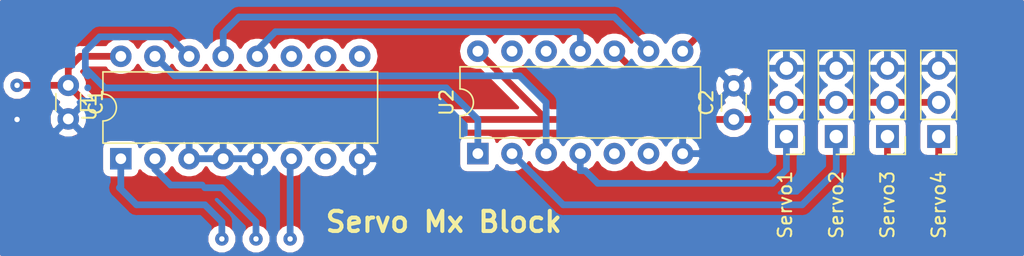
<source format=kicad_pcb>
(kicad_pcb (version 20171130) (host pcbnew 5.0.1-33cea8e~67~ubuntu18.04.1)

  (general
    (thickness 1.6)
    (drawings 1)
    (tracks 90)
    (zones 0)
    (modules 8)
    (nets 18)
  )

  (page A4)
  (layers
    (0 F.Cu signal)
    (31 B.Cu signal)
    (32 B.Adhes user)
    (33 F.Adhes user)
    (34 B.Paste user)
    (35 F.Paste user)
    (36 B.SilkS user)
    (37 F.SilkS user)
    (38 B.Mask user)
    (39 F.Mask user)
    (40 Dwgs.User user)
    (41 Cmts.User user)
    (42 Eco1.User user)
    (43 Eco2.User user)
    (44 Edge.Cuts user)
    (45 Margin user)
    (46 B.CrtYd user)
    (47 F.CrtYd user)
    (48 B.Fab user)
    (49 F.Fab user)
  )

  (setup
    (last_trace_width 0.5)
    (trace_clearance 0.4)
    (zone_clearance 0.508)
    (zone_45_only no)
    (trace_min 0.2)
    (segment_width 0.2)
    (edge_width 0.15)
    (via_size 1)
    (via_drill 0.4)
    (via_min_size 0.4)
    (via_min_drill 0.3)
    (uvia_size 0.3)
    (uvia_drill 0.1)
    (uvias_allowed no)
    (uvia_min_size 0.2)
    (uvia_min_drill 0.1)
    (pcb_text_width 0.3)
    (pcb_text_size 1.5 1.5)
    (mod_edge_width 0.15)
    (mod_text_size 1 1)
    (mod_text_width 0.15)
    (pad_size 1.524 1.524)
    (pad_drill 0.762)
    (pad_to_mask_clearance 0.051)
    (solder_mask_min_width 0.25)
    (aux_axis_origin 0 0)
    (visible_elements 7FFFFFFF)
    (pcbplotparams
      (layerselection 0x010fc_ffffffff)
      (usegerberextensions false)
      (usegerberattributes false)
      (usegerberadvancedattributes false)
      (creategerberjobfile false)
      (excludeedgelayer true)
      (linewidth 0.100000)
      (plotframeref false)
      (viasonmask false)
      (mode 1)
      (useauxorigin false)
      (hpglpennumber 1)
      (hpglpenspeed 20)
      (hpglpendiameter 15.000000)
      (psnegative false)
      (psa4output false)
      (plotreference true)
      (plotvalue true)
      (plotinvisibletext false)
      (padsonsilk false)
      (subtractmaskfromsilk false)
      (outputformat 1)
      (mirror false)
      (drillshape 1)
      (scaleselection 1)
      (outputdirectory ""))
  )

  (net 0 "")
  (net 1 VCC)
  (net 2 GND)
  (net 3 /A0)
  (net 4 "Net-(U1-Pad9)")
  (net 5 /A1)
  (net 6 "Net-(U1-Pad10)")
  (net 7 "Net-(U1-Pad11)")
  (net 8 "Net-(U1-Pad12)")
  (net 9 "Net-(U1-Pad13)")
  (net 10 /CMD)
  (net 11 "Net-(U1-Pad14)")
  (net 12 "Net-(U1-Pad7)")
  (net 13 "Net-(U1-Pad15)")
  (net 14 "Net-(Servo1-Pad1)")
  (net 15 "Net-(Servo2-Pad1)")
  (net 16 "Net-(Servo3-Pad1)")
  (net 17 "Net-(Servo4-Pad1)")

  (net_class Default "This is the default net class."
    (clearance 0.4)
    (trace_width 0.5)
    (via_dia 1)
    (via_drill 0.4)
    (uvia_dia 0.3)
    (uvia_drill 0.1)
    (add_net /A0)
    (add_net /A1)
    (add_net /CMD)
    (add_net GND)
    (add_net "Net-(Servo1-Pad1)")
    (add_net "Net-(Servo2-Pad1)")
    (add_net "Net-(Servo3-Pad1)")
    (add_net "Net-(Servo4-Pad1)")
    (add_net "Net-(U1-Pad10)")
    (add_net "Net-(U1-Pad11)")
    (add_net "Net-(U1-Pad12)")
    (add_net "Net-(U1-Pad13)")
    (add_net "Net-(U1-Pad14)")
    (add_net "Net-(U1-Pad15)")
    (add_net "Net-(U1-Pad7)")
    (add_net "Net-(U1-Pad9)")
    (add_net VCC)
  )

  (module Package_DIP:DIP-14_W7.62mm (layer F.Cu) (tedit 5A02E8C5) (tstamp 5BD18761)
    (at 193.04 64.77 90)
    (descr "14-lead though-hole mounted DIP package, row spacing 7.62 mm (300 mils)")
    (tags "THT DIP DIL PDIP 2.54mm 7.62mm 300mil")
    (path /5BC506FC)
    (fp_text reference U2 (at 3.81 -2.33 90) (layer F.SilkS)
      (effects (font (size 1 1) (thickness 0.15)))
    )
    (fp_text value 74LS05 (at 3.81 17.57 90) (layer F.Fab)
      (effects (font (size 1 1) (thickness 0.15)))
    )
    (fp_arc (start 3.81 -1.33) (end 2.81 -1.33) (angle -180) (layer F.SilkS) (width 0.12))
    (fp_line (start 1.635 -1.27) (end 6.985 -1.27) (layer F.Fab) (width 0.1))
    (fp_line (start 6.985 -1.27) (end 6.985 16.51) (layer F.Fab) (width 0.1))
    (fp_line (start 6.985 16.51) (end 0.635 16.51) (layer F.Fab) (width 0.1))
    (fp_line (start 0.635 16.51) (end 0.635 -0.27) (layer F.Fab) (width 0.1))
    (fp_line (start 0.635 -0.27) (end 1.635 -1.27) (layer F.Fab) (width 0.1))
    (fp_line (start 2.81 -1.33) (end 1.16 -1.33) (layer F.SilkS) (width 0.12))
    (fp_line (start 1.16 -1.33) (end 1.16 16.57) (layer F.SilkS) (width 0.12))
    (fp_line (start 1.16 16.57) (end 6.46 16.57) (layer F.SilkS) (width 0.12))
    (fp_line (start 6.46 16.57) (end 6.46 -1.33) (layer F.SilkS) (width 0.12))
    (fp_line (start 6.46 -1.33) (end 4.81 -1.33) (layer F.SilkS) (width 0.12))
    (fp_line (start -1.1 -1.55) (end -1.1 16.8) (layer F.CrtYd) (width 0.05))
    (fp_line (start -1.1 16.8) (end 8.7 16.8) (layer F.CrtYd) (width 0.05))
    (fp_line (start 8.7 16.8) (end 8.7 -1.55) (layer F.CrtYd) (width 0.05))
    (fp_line (start 8.7 -1.55) (end -1.1 -1.55) (layer F.CrtYd) (width 0.05))
    (fp_text user %R (at 3.81 7.62 90) (layer F.Fab)
      (effects (font (size 1 1) (thickness 0.15)))
    )
    (pad 1 thru_hole rect (at 0 0 90) (size 1.6 1.6) (drill 0.8) (layers *.Cu *.Mask)
      (net 11 "Net-(U1-Pad14)"))
    (pad 8 thru_hole oval (at 7.62 15.24 90) (size 1.6 1.6) (drill 0.8) (layers *.Cu *.Mask)
      (net 16 "Net-(Servo3-Pad1)"))
    (pad 2 thru_hole oval (at 0 2.54 90) (size 1.6 1.6) (drill 0.8) (layers *.Cu *.Mask)
      (net 15 "Net-(Servo2-Pad1)"))
    (pad 9 thru_hole oval (at 7.62 12.7 90) (size 1.6 1.6) (drill 0.8) (layers *.Cu *.Mask)
      (net 9 "Net-(U1-Pad13)"))
    (pad 3 thru_hole oval (at 0 5.08 90) (size 1.6 1.6) (drill 0.8) (layers *.Cu *.Mask)
      (net 13 "Net-(U1-Pad15)"))
    (pad 10 thru_hole oval (at 7.62 10.16 90) (size 1.6 1.6) (drill 0.8) (layers *.Cu *.Mask)
      (net 17 "Net-(Servo4-Pad1)"))
    (pad 4 thru_hole oval (at 0 7.62 90) (size 1.6 1.6) (drill 0.8) (layers *.Cu *.Mask)
      (net 14 "Net-(Servo1-Pad1)"))
    (pad 11 thru_hole oval (at 7.62 7.62 90) (size 1.6 1.6) (drill 0.8) (layers *.Cu *.Mask)
      (net 8 "Net-(U1-Pad12)"))
    (pad 5 thru_hole oval (at 0 10.16 90) (size 1.6 1.6) (drill 0.8) (layers *.Cu *.Mask))
    (pad 12 thru_hole oval (at 7.62 5.08 90) (size 1.6 1.6) (drill 0.8) (layers *.Cu *.Mask))
    (pad 6 thru_hole oval (at 0 12.7 90) (size 1.6 1.6) (drill 0.8) (layers *.Cu *.Mask))
    (pad 13 thru_hole oval (at 7.62 2.54 90) (size 1.6 1.6) (drill 0.8) (layers *.Cu *.Mask))
    (pad 7 thru_hole oval (at 0 15.24 90) (size 1.6 1.6) (drill 0.8) (layers *.Cu *.Mask)
      (net 2 GND))
    (pad 14 thru_hole oval (at 7.62 0 90) (size 1.6 1.6) (drill 0.8) (layers *.Cu *.Mask)
      (net 1 VCC))
    (model ${KISYS3DMOD}/Package_DIP.3dshapes/DIP-14_W7.62mm.wrl
      (at (xyz 0 0 0))
      (scale (xyz 1 1 1))
      (rotate (xyz 0 0 0))
    )
  )

  (module Capacitor_THT:C_Disc_D3.0mm_W1.6mm_P2.50mm (layer F.Cu) (tedit 5AE50EF0) (tstamp 5BD18566)
    (at 162.56 59.69 270)
    (descr "C, Disc series, Radial, pin pitch=2.50mm, , diameter*width=3.0*1.6mm^2, Capacitor, http://www.vishay.com/docs/45233/krseries.pdf")
    (tags "C Disc series Radial pin pitch 2.50mm  diameter 3.0mm width 1.6mm Capacitor")
    (path /5BC50B0C)
    (fp_text reference C1 (at 1.25 -2.05 270) (layer F.SilkS)
      (effects (font (size 1 1) (thickness 0.15)))
    )
    (fp_text value 100nF (at 1.25 2.05 270) (layer F.Fab)
      (effects (font (size 1 1) (thickness 0.15)))
    )
    (fp_line (start -0.25 -0.8) (end -0.25 0.8) (layer F.Fab) (width 0.1))
    (fp_line (start -0.25 0.8) (end 2.75 0.8) (layer F.Fab) (width 0.1))
    (fp_line (start 2.75 0.8) (end 2.75 -0.8) (layer F.Fab) (width 0.1))
    (fp_line (start 2.75 -0.8) (end -0.25 -0.8) (layer F.Fab) (width 0.1))
    (fp_line (start 0.621 -0.92) (end 1.879 -0.92) (layer F.SilkS) (width 0.12))
    (fp_line (start 0.621 0.92) (end 1.879 0.92) (layer F.SilkS) (width 0.12))
    (fp_line (start -1.05 -1.05) (end -1.05 1.05) (layer F.CrtYd) (width 0.05))
    (fp_line (start -1.05 1.05) (end 3.55 1.05) (layer F.CrtYd) (width 0.05))
    (fp_line (start 3.55 1.05) (end 3.55 -1.05) (layer F.CrtYd) (width 0.05))
    (fp_line (start 3.55 -1.05) (end -1.05 -1.05) (layer F.CrtYd) (width 0.05))
    (fp_text user %R (at 1.25 0 270) (layer F.Fab)
      (effects (font (size 0.6 0.6) (thickness 0.09)))
    )
    (pad 1 thru_hole circle (at 0 0 270) (size 1.6 1.6) (drill 0.8) (layers *.Cu *.Mask)
      (net 1 VCC))
    (pad 2 thru_hole circle (at 2.5 0 270) (size 1.6 1.6) (drill 0.8) (layers *.Cu *.Mask)
      (net 2 GND))
    (model ${KISYS3DMOD}/Capacitor_THT.3dshapes/C_Disc_D3.0mm_W1.6mm_P2.50mm.wrl
      (at (xyz 0 0 0))
      (scale (xyz 1 1 1))
      (rotate (xyz 0 0 0))
    )
  )

  (module Capacitor_THT:C_Disc_D3.0mm_W1.6mm_P2.50mm (layer F.Cu) (tedit 5AE50EF0) (tstamp 5BD18577)
    (at 212.09 62.23 90)
    (descr "C, Disc series, Radial, pin pitch=2.50mm, , diameter*width=3.0*1.6mm^2, Capacitor, http://www.vishay.com/docs/45233/krseries.pdf")
    (tags "C Disc series Radial pin pitch 2.50mm  diameter 3.0mm width 1.6mm Capacitor")
    (path /5BC50BCF)
    (fp_text reference C2 (at 1.25 -2.05 90) (layer F.SilkS)
      (effects (font (size 1 1) (thickness 0.15)))
    )
    (fp_text value 100nF (at 1.25 2.05 90) (layer F.Fab)
      (effects (font (size 1 1) (thickness 0.15)))
    )
    (fp_text user %R (at 1.25 0 90) (layer F.Fab)
      (effects (font (size 0.6 0.6) (thickness 0.09)))
    )
    (fp_line (start 3.55 -1.05) (end -1.05 -1.05) (layer F.CrtYd) (width 0.05))
    (fp_line (start 3.55 1.05) (end 3.55 -1.05) (layer F.CrtYd) (width 0.05))
    (fp_line (start -1.05 1.05) (end 3.55 1.05) (layer F.CrtYd) (width 0.05))
    (fp_line (start -1.05 -1.05) (end -1.05 1.05) (layer F.CrtYd) (width 0.05))
    (fp_line (start 0.621 0.92) (end 1.879 0.92) (layer F.SilkS) (width 0.12))
    (fp_line (start 0.621 -0.92) (end 1.879 -0.92) (layer F.SilkS) (width 0.12))
    (fp_line (start 2.75 -0.8) (end -0.25 -0.8) (layer F.Fab) (width 0.1))
    (fp_line (start 2.75 0.8) (end 2.75 -0.8) (layer F.Fab) (width 0.1))
    (fp_line (start -0.25 0.8) (end 2.75 0.8) (layer F.Fab) (width 0.1))
    (fp_line (start -0.25 -0.8) (end -0.25 0.8) (layer F.Fab) (width 0.1))
    (pad 2 thru_hole circle (at 2.5 0 90) (size 1.6 1.6) (drill 0.8) (layers *.Cu *.Mask)
      (net 2 GND))
    (pad 1 thru_hole circle (at 0 0 90) (size 1.6 1.6) (drill 0.8) (layers *.Cu *.Mask)
      (net 1 VCC))
    (model ${KISYS3DMOD}/Capacitor_THT.3dshapes/C_Disc_D3.0mm_W1.6mm_P2.50mm.wrl
      (at (xyz 0 0 0))
      (scale (xyz 1 1 1))
      (rotate (xyz 0 0 0))
    )
  )

  (module Package_DIP:DIP-16_W7.62mm (layer F.Cu) (tedit 5A02E8C5) (tstamp 5BD1873F)
    (at 166.470154 65.151258 90)
    (descr "16-lead though-hole mounted DIP package, row spacing 7.62 mm (300 mils)")
    (tags "THT DIP DIL PDIP 2.54mm 7.62mm 300mil")
    (path /5BC5061A)
    (fp_text reference U1 (at 3.81 -2.33 90) (layer F.SilkS)
      (effects (font (size 1 1) (thickness 0.15)))
    )
    (fp_text value 74LS138 (at 3.81 20.11 90) (layer F.Fab)
      (effects (font (size 1 1) (thickness 0.15)))
    )
    (fp_arc (start 3.81 -1.33) (end 2.81 -1.33) (angle -180) (layer F.SilkS) (width 0.12))
    (fp_line (start 1.635 -1.27) (end 6.985 -1.27) (layer F.Fab) (width 0.1))
    (fp_line (start 6.985 -1.27) (end 6.985 19.05) (layer F.Fab) (width 0.1))
    (fp_line (start 6.985 19.05) (end 0.635 19.05) (layer F.Fab) (width 0.1))
    (fp_line (start 0.635 19.05) (end 0.635 -0.27) (layer F.Fab) (width 0.1))
    (fp_line (start 0.635 -0.27) (end 1.635 -1.27) (layer F.Fab) (width 0.1))
    (fp_line (start 2.81 -1.33) (end 1.16 -1.33) (layer F.SilkS) (width 0.12))
    (fp_line (start 1.16 -1.33) (end 1.16 19.11) (layer F.SilkS) (width 0.12))
    (fp_line (start 1.16 19.11) (end 6.46 19.11) (layer F.SilkS) (width 0.12))
    (fp_line (start 6.46 19.11) (end 6.46 -1.33) (layer F.SilkS) (width 0.12))
    (fp_line (start 6.46 -1.33) (end 4.81 -1.33) (layer F.SilkS) (width 0.12))
    (fp_line (start -1.1 -1.55) (end -1.1 19.3) (layer F.CrtYd) (width 0.05))
    (fp_line (start -1.1 19.3) (end 8.7 19.3) (layer F.CrtYd) (width 0.05))
    (fp_line (start 8.7 19.3) (end 8.7 -1.55) (layer F.CrtYd) (width 0.05))
    (fp_line (start 8.7 -1.55) (end -1.1 -1.55) (layer F.CrtYd) (width 0.05))
    (fp_text user %R (at 3.81 8.89 90) (layer F.Fab)
      (effects (font (size 1 1) (thickness 0.15)))
    )
    (pad 1 thru_hole rect (at 0 0 90) (size 1.6 1.6) (drill 0.8) (layers *.Cu *.Mask)
      (net 3 /A0))
    (pad 9 thru_hole oval (at 7.62 17.78 90) (size 1.6 1.6) (drill 0.8) (layers *.Cu *.Mask)
      (net 4 "Net-(U1-Pad9)"))
    (pad 2 thru_hole oval (at 0 2.54 90) (size 1.6 1.6) (drill 0.8) (layers *.Cu *.Mask)
      (net 5 /A1))
    (pad 10 thru_hole oval (at 7.62 15.24 90) (size 1.6 1.6) (drill 0.8) (layers *.Cu *.Mask)
      (net 6 "Net-(U1-Pad10)"))
    (pad 3 thru_hole oval (at 0 5.08 90) (size 1.6 1.6) (drill 0.8) (layers *.Cu *.Mask)
      (net 2 GND))
    (pad 11 thru_hole oval (at 7.62 12.7 90) (size 1.6 1.6) (drill 0.8) (layers *.Cu *.Mask)
      (net 7 "Net-(U1-Pad11)"))
    (pad 4 thru_hole oval (at 0 7.62 90) (size 1.6 1.6) (drill 0.8) (layers *.Cu *.Mask)
      (net 2 GND))
    (pad 12 thru_hole oval (at 7.62 10.16 90) (size 1.6 1.6) (drill 0.8) (layers *.Cu *.Mask)
      (net 8 "Net-(U1-Pad12)"))
    (pad 5 thru_hole oval (at 0 10.16 90) (size 1.6 1.6) (drill 0.8) (layers *.Cu *.Mask)
      (net 2 GND))
    (pad 13 thru_hole oval (at 7.62 7.62 90) (size 1.6 1.6) (drill 0.8) (layers *.Cu *.Mask)
      (net 9 "Net-(U1-Pad13)"))
    (pad 6 thru_hole oval (at 0 12.7 90) (size 1.6 1.6) (drill 0.8) (layers *.Cu *.Mask)
      (net 10 /CMD))
    (pad 14 thru_hole oval (at 7.62 5.08 90) (size 1.6 1.6) (drill 0.8) (layers *.Cu *.Mask)
      (net 11 "Net-(U1-Pad14)"))
    (pad 7 thru_hole oval (at 0 15.24 90) (size 1.6 1.6) (drill 0.8) (layers *.Cu *.Mask)
      (net 12 "Net-(U1-Pad7)"))
    (pad 15 thru_hole oval (at 7.62 2.54 90) (size 1.6 1.6) (drill 0.8) (layers *.Cu *.Mask)
      (net 13 "Net-(U1-Pad15)"))
    (pad 8 thru_hole oval (at 0 17.78 90) (size 1.6 1.6) (drill 0.8) (layers *.Cu *.Mask)
      (net 2 GND))
    (pad 16 thru_hole oval (at 7.62 0 90) (size 1.6 1.6) (drill 0.8) (layers *.Cu *.Mask)
      (net 1 VCC))
    (model ${KISYS3DMOD}/Package_DIP.3dshapes/DIP-16_W7.62mm.wrl
      (at (xyz 0 0 0))
      (scale (xyz 1 1 1))
      (rotate (xyz 0 0 0))
    )
  )

  (module Connector_PinHeader_2.54mm:PinHeader_1x03_P2.54mm_Vertical (layer F.Cu) (tedit 59FED5CC) (tstamp 5BCA55AE)
    (at 216.001017 63.5 180)
    (descr "Through hole straight pin header, 1x03, 2.54mm pitch, single row")
    (tags "Through hole pin header THT 1x03 2.54mm single row")
    (path /5BCA2956)
    (fp_text reference Servo1 (at 0.101017 -5.08 270) (layer F.SilkS)
      (effects (font (size 1 1) (thickness 0.15)))
    )
    (fp_text value Servo (at 0 7.41 180) (layer F.Fab)
      (effects (font (size 1 1) (thickness 0.15)))
    )
    (fp_line (start -0.635 -1.27) (end 1.27 -1.27) (layer F.Fab) (width 0.1))
    (fp_line (start 1.27 -1.27) (end 1.27 6.35) (layer F.Fab) (width 0.1))
    (fp_line (start 1.27 6.35) (end -1.27 6.35) (layer F.Fab) (width 0.1))
    (fp_line (start -1.27 6.35) (end -1.27 -0.635) (layer F.Fab) (width 0.1))
    (fp_line (start -1.27 -0.635) (end -0.635 -1.27) (layer F.Fab) (width 0.1))
    (fp_line (start -1.33 6.41) (end 1.33 6.41) (layer F.SilkS) (width 0.12))
    (fp_line (start -1.33 1.27) (end -1.33 6.41) (layer F.SilkS) (width 0.12))
    (fp_line (start 1.33 1.27) (end 1.33 6.41) (layer F.SilkS) (width 0.12))
    (fp_line (start -1.33 1.27) (end 1.33 1.27) (layer F.SilkS) (width 0.12))
    (fp_line (start -1.33 0) (end -1.33 -1.33) (layer F.SilkS) (width 0.12))
    (fp_line (start -1.33 -1.33) (end 0 -1.33) (layer F.SilkS) (width 0.12))
    (fp_line (start -1.8 -1.8) (end -1.8 6.85) (layer F.CrtYd) (width 0.05))
    (fp_line (start -1.8 6.85) (end 1.8 6.85) (layer F.CrtYd) (width 0.05))
    (fp_line (start 1.8 6.85) (end 1.8 -1.8) (layer F.CrtYd) (width 0.05))
    (fp_line (start 1.8 -1.8) (end -1.8 -1.8) (layer F.CrtYd) (width 0.05))
    (fp_text user %R (at 0 2.54 270) (layer F.Fab)
      (effects (font (size 1 1) (thickness 0.15)))
    )
    (pad 1 thru_hole rect (at 0 0 180) (size 1.7 1.7) (drill 1) (layers *.Cu *.Mask)
      (net 14 "Net-(Servo1-Pad1)"))
    (pad 2 thru_hole oval (at 0 2.54 180) (size 1.7 1.7) (drill 1) (layers *.Cu *.Mask)
      (net 1 VCC))
    (pad 3 thru_hole oval (at 0 5.08 180) (size 1.7 1.7) (drill 1) (layers *.Cu *.Mask)
      (net 2 GND))
    (model ${KISYS3DMOD}/Connector_PinHeader_2.54mm.3dshapes/PinHeader_1x03_P2.54mm_Vertical.wrl
      (at (xyz 0 0 0))
      (scale (xyz 1 1 1))
      (rotate (xyz 0 0 0))
    )
  )

  (module Connector_PinHeader_2.54mm:PinHeader_1x03_P2.54mm_Vertical (layer F.Cu) (tedit 59FED5CC) (tstamp 5BCA55C5)
    (at 219.71 63.5 180)
    (descr "Through hole straight pin header, 1x03, 2.54mm pitch, single row")
    (tags "Through hole pin header THT 1x03 2.54mm single row")
    (path /5BCA29FA)
    (fp_text reference Servo2 (at 0 -5.08 270) (layer F.SilkS)
      (effects (font (size 1 1) (thickness 0.15)))
    )
    (fp_text value Servo (at 0 7.41 180) (layer F.Fab)
      (effects (font (size 1 1) (thickness 0.15)))
    )
    (fp_text user %R (at 0 3.021249 270) (layer F.Fab)
      (effects (font (size 1 1) (thickness 0.15)))
    )
    (fp_line (start 1.8 -1.8) (end -1.8 -1.8) (layer F.CrtYd) (width 0.05))
    (fp_line (start 1.8 6.85) (end 1.8 -1.8) (layer F.CrtYd) (width 0.05))
    (fp_line (start -1.8 6.85) (end 1.8 6.85) (layer F.CrtYd) (width 0.05))
    (fp_line (start -1.8 -1.8) (end -1.8 6.85) (layer F.CrtYd) (width 0.05))
    (fp_line (start -1.33 -1.33) (end 0 -1.33) (layer F.SilkS) (width 0.12))
    (fp_line (start -1.33 0) (end -1.33 -1.33) (layer F.SilkS) (width 0.12))
    (fp_line (start -1.33 1.27) (end 1.33 1.27) (layer F.SilkS) (width 0.12))
    (fp_line (start 1.33 1.27) (end 1.33 6.41) (layer F.SilkS) (width 0.12))
    (fp_line (start -1.33 1.27) (end -1.33 6.41) (layer F.SilkS) (width 0.12))
    (fp_line (start -1.33 6.41) (end 1.33 6.41) (layer F.SilkS) (width 0.12))
    (fp_line (start -1.27 -0.635) (end -0.635 -1.27) (layer F.Fab) (width 0.1))
    (fp_line (start -1.27 6.35) (end -1.27 -0.635) (layer F.Fab) (width 0.1))
    (fp_line (start 1.27 6.35) (end -1.27 6.35) (layer F.Fab) (width 0.1))
    (fp_line (start 1.27 -1.27) (end 1.27 6.35) (layer F.Fab) (width 0.1))
    (fp_line (start -0.635 -1.27) (end 1.27 -1.27) (layer F.Fab) (width 0.1))
    (pad 3 thru_hole oval (at 0 5.08 180) (size 1.7 1.7) (drill 1) (layers *.Cu *.Mask)
      (net 2 GND))
    (pad 2 thru_hole oval (at 0 2.54 180) (size 1.7 1.7) (drill 1) (layers *.Cu *.Mask)
      (net 1 VCC))
    (pad 1 thru_hole rect (at 0 0 180) (size 1.7 1.7) (drill 1) (layers *.Cu *.Mask)
      (net 15 "Net-(Servo2-Pad1)"))
    (model ${KISYS3DMOD}/Connector_PinHeader_2.54mm.3dshapes/PinHeader_1x03_P2.54mm_Vertical.wrl
      (at (xyz 0 0 0))
      (scale (xyz 1 1 1))
      (rotate (xyz 0 0 0))
    )
  )

  (module Connector_PinHeader_2.54mm:PinHeader_1x03_P2.54mm_Vertical (layer F.Cu) (tedit 59FED5CC) (tstamp 5BCA55DC)
    (at 223.52 63.5 180)
    (descr "Through hole straight pin header, 1x03, 2.54mm pitch, single row")
    (tags "Through hole pin header THT 1x03 2.54mm single row")
    (path /5BCA5A35)
    (fp_text reference Servo3 (at 0 -5.08 270) (layer F.SilkS)
      (effects (font (size 1 1) (thickness 0.15)))
    )
    (fp_text value Servo (at 0 7.41 180) (layer F.Fab)
      (effects (font (size 1 1) (thickness 0.15)))
    )
    (fp_line (start -0.635 -1.27) (end 1.27 -1.27) (layer F.Fab) (width 0.1))
    (fp_line (start 1.27 -1.27) (end 1.27 6.35) (layer F.Fab) (width 0.1))
    (fp_line (start 1.27 6.35) (end -1.27 6.35) (layer F.Fab) (width 0.1))
    (fp_line (start -1.27 6.35) (end -1.27 -0.635) (layer F.Fab) (width 0.1))
    (fp_line (start -1.27 -0.635) (end -0.635 -1.27) (layer F.Fab) (width 0.1))
    (fp_line (start -1.33 6.41) (end 1.33 6.41) (layer F.SilkS) (width 0.12))
    (fp_line (start -1.33 1.27) (end -1.33 6.41) (layer F.SilkS) (width 0.12))
    (fp_line (start 1.33 1.27) (end 1.33 6.41) (layer F.SilkS) (width 0.12))
    (fp_line (start -1.33 1.27) (end 1.33 1.27) (layer F.SilkS) (width 0.12))
    (fp_line (start -1.33 0) (end -1.33 -1.33) (layer F.SilkS) (width 0.12))
    (fp_line (start -1.33 -1.33) (end 0 -1.33) (layer F.SilkS) (width 0.12))
    (fp_line (start -1.8 -1.8) (end -1.8 6.85) (layer F.CrtYd) (width 0.05))
    (fp_line (start -1.8 6.85) (end 1.8 6.85) (layer F.CrtYd) (width 0.05))
    (fp_line (start 1.8 6.85) (end 1.8 -1.8) (layer F.CrtYd) (width 0.05))
    (fp_line (start 1.8 -1.8) (end -1.8 -1.8) (layer F.CrtYd) (width 0.05))
    (fp_text user %R (at 0 2.54 270) (layer F.Fab)
      (effects (font (size 1 1) (thickness 0.15)))
    )
    (pad 1 thru_hole rect (at 0 0 180) (size 1.7 1.7) (drill 1) (layers *.Cu *.Mask)
      (net 16 "Net-(Servo3-Pad1)"))
    (pad 2 thru_hole oval (at 0 2.54 180) (size 1.7 1.7) (drill 1) (layers *.Cu *.Mask)
      (net 1 VCC))
    (pad 3 thru_hole oval (at 0 5.08 180) (size 1.7 1.7) (drill 1) (layers *.Cu *.Mask)
      (net 2 GND))
    (model ${KISYS3DMOD}/Connector_PinHeader_2.54mm.3dshapes/PinHeader_1x03_P2.54mm_Vertical.wrl
      (at (xyz 0 0 0))
      (scale (xyz 1 1 1))
      (rotate (xyz 0 0 0))
    )
  )

  (module Connector_PinHeader_2.54mm:PinHeader_1x03_P2.54mm_Vertical (layer F.Cu) (tedit 59FED5CC) (tstamp 5BCA55F3)
    (at 227.33 63.5 180)
    (descr "Through hole straight pin header, 1x03, 2.54mm pitch, single row")
    (tags "Through hole pin header THT 1x03 2.54mm single row")
    (path /5BCA5A63)
    (fp_text reference Servo4 (at 0 -5.08 90) (layer F.SilkS)
      (effects (font (size 1 1) (thickness 0.15)))
    )
    (fp_text value Servo (at 0 7.41 180) (layer F.Fab)
      (effects (font (size 1 1) (thickness 0.15)))
    )
    (fp_text user %R (at 0 2.54 270) (layer F.Fab)
      (effects (font (size 1 1) (thickness 0.15)))
    )
    (fp_line (start 1.8 -1.8) (end -1.8 -1.8) (layer F.CrtYd) (width 0.05))
    (fp_line (start 1.8 6.85) (end 1.8 -1.8) (layer F.CrtYd) (width 0.05))
    (fp_line (start -1.8 6.85) (end 1.8 6.85) (layer F.CrtYd) (width 0.05))
    (fp_line (start -1.8 -1.8) (end -1.8 6.85) (layer F.CrtYd) (width 0.05))
    (fp_line (start -1.33 -1.33) (end 0 -1.33) (layer F.SilkS) (width 0.12))
    (fp_line (start -1.33 0) (end -1.33 -1.33) (layer F.SilkS) (width 0.12))
    (fp_line (start -1.33 1.27) (end 1.33 1.27) (layer F.SilkS) (width 0.12))
    (fp_line (start 1.33 1.27) (end 1.33 6.41) (layer F.SilkS) (width 0.12))
    (fp_line (start -1.33 1.27) (end -1.33 6.41) (layer F.SilkS) (width 0.12))
    (fp_line (start -1.33 6.41) (end 1.33 6.41) (layer F.SilkS) (width 0.12))
    (fp_line (start -1.27 -0.635) (end -0.635 -1.27) (layer F.Fab) (width 0.1))
    (fp_line (start -1.27 6.35) (end -1.27 -0.635) (layer F.Fab) (width 0.1))
    (fp_line (start 1.27 6.35) (end -1.27 6.35) (layer F.Fab) (width 0.1))
    (fp_line (start 1.27 -1.27) (end 1.27 6.35) (layer F.Fab) (width 0.1))
    (fp_line (start -0.635 -1.27) (end 1.27 -1.27) (layer F.Fab) (width 0.1))
    (pad 3 thru_hole oval (at 0 5.08 180) (size 1.7 1.7) (drill 1) (layers *.Cu *.Mask)
      (net 2 GND))
    (pad 2 thru_hole oval (at 0 2.54 180) (size 1.7 1.7) (drill 1) (layers *.Cu *.Mask)
      (net 1 VCC))
    (pad 1 thru_hole rect (at 0 0 180) (size 1.7 1.7) (drill 1) (layers *.Cu *.Mask)
      (net 17 "Net-(Servo4-Pad1)"))
    (model ${KISYS3DMOD}/Connector_PinHeader_2.54mm.3dshapes/PinHeader_1x03_P2.54mm_Vertical.wrl
      (at (xyz 0 0 0))
      (scale (xyz 1 1 1))
      (rotate (xyz 0 0 0))
    )
  )

  (gr_text "Servo Mx Block" (at 190.5 69.85) (layer F.SilkS)
    (effects (font (size 1.5 1.5) (thickness 0.3)))
  )

  (via (at 158.75 59.69) (size 1) (drill 0.4) (layers F.Cu B.Cu) (net 1))
  (segment (start 198.12 62.23) (end 193.04 57.15) (width 0.5) (layer F.Cu) (net 1))
  (segment (start 213.36 62.23) (end 198.12 62.23) (width 0.5) (layer F.Cu) (net 1))
  (segment (start 165.1 62.23) (end 162.56 59.69) (width 0.5) (layer F.Cu) (net 1))
  (segment (start 198.12 62.23) (end 165.1 62.23) (width 0.5) (layer F.Cu) (net 1))
  (segment (start 166.470154 57.531258) (end 163.448742 57.531258) (width 0.5) (layer F.Cu) (net 1))
  (segment (start 162.56 58.42) (end 162.56 59.69) (width 0.5) (layer F.Cu) (net 1))
  (segment (start 163.448742 57.531258) (end 162.56 58.42) (width 0.5) (layer F.Cu) (net 1))
  (segment (start 162.56 59.69) (end 158.75 59.69) (width 0.5) (layer F.Cu) (net 1))
  (segment (start 227.33 60.96) (end 223.52 60.96) (width 0.5) (layer F.Cu) (net 1))
  (segment (start 219.71 60.96) (end 223.52 60.96) (width 0.5) (layer F.Cu) (net 1))
  (segment (start 219.71 60.96) (end 217.17 60.96) (width 0.5) (layer F.Cu) (net 1))
  (segment (start 217.17 60.96) (end 216.001017 60.96) (width 0.5) (layer F.Cu) (net 1))
  (segment (start 214.63 60.96) (end 216.001017 60.96) (width 0.5) (layer F.Cu) (net 1))
  (segment (start 213.36 62.23) (end 214.63 60.96) (width 0.5) (layer F.Cu) (net 1))
  (via (at 158.75 62.23) (size 1) (drill 0.4) (layers F.Cu B.Cu) (net 2))
  (segment (start 231.14 64.767194) (end 230.456575 65.450619) (width 0.5) (layer F.Cu) (net 17))
  (segment (start 231.14 58.422806) (end 231.14 64.767194) (width 0.5) (layer F.Cu) (net 17))
  (segment (start 228.597194 55.88) (end 231.14 58.422806) (width 0.5) (layer F.Cu) (net 17))
  (segment (start 203.2 57.15) (end 205.74 59.69) (width 0.5) (layer F.Cu) (net 17))
  (segment (start 209.55 59.69) (end 213.36 55.88) (width 0.5) (layer F.Cu) (net 17))
  (segment (start 228.6 65.450619) (end 229.189381 65.450619) (width 0.5) (layer F.Cu) (net 17))
  (segment (start 230.456575 65.450619) (end 228.6 65.450619) (width 0.5) (layer F.Cu) (net 17))
  (segment (start 205.74 59.69) (end 209.55 59.69) (width 0.5) (layer F.Cu) (net 17))
  (segment (start 213.36 55.88) (end 228.597194 55.88) (width 0.5) (layer F.Cu) (net 17))
  (segment (start 208.28 57.15) (end 210.82 54.61) (width 0.5) (layer F.Cu) (net 16))
  (segment (start 210.82 54.61) (end 228.6 54.61) (width 0.5) (layer F.Cu) (net 16))
  (segment (start 228.6 54.61) (end 232.41 58.42) (width 0.5) (layer F.Cu) (net 16))
  (segment (start 232.41 58.42) (end 232.41 64.77) (width 0.5) (layer F.Cu) (net 16))
  (segment (start 232.41 64.77) (end 228.6 68.58) (width 0.5) (layer F.Cu) (net 16))
  (segment (start 228.6 68.58) (end 226.06 68.58) (width 0.5) (layer F.Cu) (net 16))
  (segment (start 199.39 68.58) (end 195.58 64.77) (width 0.5) (layer B.Cu) (net 15))
  (segment (start 200.66 66.04) (end 200.66 64.77) (width 0.5) (layer B.Cu) (net 14))
  (segment (start 201.026314 66.04) (end 201.967551 66.981237) (width 0.5) (layer B.Cu) (net 14))
  (segment (start 200.66 66.04) (end 201.026314 66.04) (width 0.5) (layer B.Cu) (net 14))
  (via (at 173.99 71.12) (size 1) (drill 0.4) (layers F.Cu B.Cu) (net 3))
  (segment (start 173.99 71.12) (end 173.99 69.85) (width 0.5) (layer B.Cu) (net 3))
  (segment (start 173.99 69.85) (end 172.72 68.58) (width 0.5) (layer B.Cu) (net 3))
  (segment (start 172.72 68.58) (end 167.64 68.58) (width 0.5) (layer B.Cu) (net 3))
  (segment (start 167.64 68.58) (end 166.37 67.31) (width 0.5) (layer B.Cu) (net 3))
  (segment (start 166.470154 67.209846) (end 166.470154 65.151258) (width 0.5) (layer B.Cu) (net 3))
  (segment (start 166.37 67.31) (end 166.470154 67.209846) (width 0.5) (layer B.Cu) (net 3))
  (via (at 176.53 71.12) (size 1) (drill 0.4) (layers F.Cu B.Cu) (net 5))
  (segment (start 169.010154 65.151258) (end 169.010154 65.939846) (width 0.5) (layer B.Cu) (net 5))
  (segment (start 169.010154 65.939846) (end 170.18 67.109692) (width 0.5) (layer B.Cu) (net 5))
  (segment (start 170.18 67.109692) (end 172.519692 67.109692) (width 0.5) (layer B.Cu) (net 5))
  (segment (start 176.53 71.12) (end 176.53 69.85) (width 0.5) (layer B.Cu) (net 5))
  (segment (start 176.53 69.85) (end 173.99 67.31) (width 0.5) (layer B.Cu) (net 5))
  (segment (start 173.99 67.31) (end 172.72 67.31) (width 0.5) (layer B.Cu) (net 5))
  (segment (start 200.66 57.15) (end 200.66 55.88) (width 0.5) (layer B.Cu) (net 8))
  (segment (start 200.479999 55.699999) (end 177.980001 55.699999) (width 0.5) (layer B.Cu) (net 8))
  (segment (start 200.66 55.88) (end 200.479999 55.699999) (width 0.5) (layer B.Cu) (net 8))
  (segment (start 177.980001 55.699999) (end 176.53 57.15) (width 0.5) (layer B.Cu) (net 8))
  (segment (start 174.090154 55.980154) (end 174.090154 57.531258) (width 0.5) (layer B.Cu) (net 9))
  (segment (start 174.090154 55.779846) (end 174.090154 55.980154) (width 0.5) (layer B.Cu) (net 9))
  (segment (start 205.74 57.15) (end 203.2 54.61) (width 0.5) (layer B.Cu) (net 9))
  (segment (start 175.26 54.61) (end 174.090154 55.779846) (width 0.5) (layer B.Cu) (net 9))
  (segment (start 203.2 54.61) (end 175.26 54.61) (width 0.5) (layer B.Cu) (net 9))
  (via (at 179.07 71.12) (size 1) (drill 0.4) (layers F.Cu B.Cu) (net 10))
  (segment (start 179.07 65.251412) (end 179.170154 65.151258) (width 0.5) (layer B.Cu) (net 10))
  (segment (start 179.07 71.12) (end 179.07 65.251412) (width 0.5) (layer B.Cu) (net 10))
  (segment (start 171.550154 57.531258) (end 170.100153 56.081257) (width 0.5) (layer B.Cu) (net 11))
  (segment (start 163.83 58.813998) (end 164.010001 58.993999) (width 0.5) (layer B.Cu) (net 11))
  (segment (start 164.010001 59.870001) (end 164.021269 59.881269) (width 0.5) (layer B.Cu) (net 11))
  (segment (start 193.04 62.23) (end 193.04 64.77) (width 0.5) (layer B.Cu) (net 11))
  (segment (start 190.691269 59.881269) (end 193.04 62.23) (width 0.5) (layer B.Cu) (net 11))
  (segment (start 190.691269 59.881269) (end 165.291269 59.881269) (width 0.5) (layer B.Cu) (net 11))
  (segment (start 165.291269 59.881269) (end 163.83 58.42) (width 0.5) (layer B.Cu) (net 11))
  (segment (start 163.83 58.42) (end 163.83 57.15) (width 0.5) (layer B.Cu) (net 11))
  (segment (start 166.37 56.081257) (end 164.898743 56.081257) (width 0.5) (layer B.Cu) (net 11))
  (segment (start 166.37 56.081257) (end 165.774153 56.081257) (width 0.5) (layer B.Cu) (net 11))
  (segment (start 170.100153 56.081257) (end 166.37 56.081257) (width 0.5) (layer B.Cu) (net 11))
  (segment (start 164.898743 56.081257) (end 163.83 57.15) (width 0.5) (layer B.Cu) (net 11))
  (segment (start 170.460155 58.981259) (end 169.010154 57.531258) (width 0.5) (layer B.Cu) (net 13))
  (segment (start 196.141259 58.981259) (end 170.460155 58.981259) (width 0.5) (layer B.Cu) (net 13))
  (segment (start 198.12 64.77) (end 198.12 60.96) (width 0.5) (layer B.Cu) (net 13))
  (segment (start 198.12 60.96) (end 196.141259 58.981259) (width 0.5) (layer B.Cu) (net 13))
  (segment (start 214.958763 66.981237) (end 214.63 66.981237) (width 0.5) (layer B.Cu) (net 14))
  (segment (start 216.001017 65.938983) (end 214.958763 66.981237) (width 0.5) (layer B.Cu) (net 14))
  (segment (start 216.001017 63.5) (end 216.001017 65.938983) (width 0.5) (layer B.Cu) (net 14))
  (segment (start 214.63 66.981237) (end 201.967551 66.981237) (width 0.5) (layer B.Cu) (net 14))
  (segment (start 219.71 63.5) (end 219.71 66.04) (width 0.5) (layer B.Cu) (net 15))
  (segment (start 219.71 66.04) (end 217.17 68.58) (width 0.5) (layer B.Cu) (net 15))
  (segment (start 217.17 68.58) (end 199.39 68.58) (width 0.5) (layer B.Cu) (net 15))
  (segment (start 226.06 68.58) (end 224.79 68.58) (width 0.5) (layer F.Cu) (net 16))
  (segment (start 224.79 68.58) (end 223.52 67.31) (width 0.5) (layer F.Cu) (net 16))
  (segment (start 223.52 63.5) (end 223.52 67.31) (width 0.5) (layer F.Cu) (net 16))
  (segment (start 227.33 64.85) (end 227.33 63.5) (width 0.5) (layer F.Cu) (net 17))
  (segment (start 227.930619 65.450619) (end 227.33 64.85) (width 0.5) (layer F.Cu) (net 17))
  (segment (start 228.6 65.450619) (end 227.930619 65.450619) (width 0.5) (layer F.Cu) (net 17))

  (zone (net 2) (net_name GND) (layer B.Cu) (tstamp 0) (hatch edge 0.508)
    (connect_pads (clearance 0.508))
    (min_thickness 0.254)
    (fill yes (arc_segments 16) (thermal_gap 0.508) (thermal_bridge_width 0.508))
    (polygon
      (pts
        (xy 157.48 53.34) (xy 233.68 53.34) (xy 233.68 72.39) (xy 157.48 72.39)
      )
    )
    (filled_polygon
      (pts
        (xy 233.553 72.263) (xy 157.607 72.263) (xy 157.607 64.351258) (xy 165.022714 64.351258) (xy 165.022714 65.951258)
        (xy 165.071997 66.199023) (xy 165.212345 66.409067) (xy 165.422389 66.549415) (xy 165.585154 66.581791) (xy 165.585154 66.891648)
        (xy 165.562869 66.925) (xy 165.536348 66.964691) (xy 165.467663 67.31) (xy 165.536348 67.655309) (xy 165.731951 67.948049)
        (xy 165.805846 67.997424) (xy 166.952577 69.144156) (xy 167.001951 69.218049) (xy 167.075844 69.267423) (xy 167.075845 69.267424)
        (xy 167.103414 69.285845) (xy 167.29469 69.413652) (xy 167.552835 69.465) (xy 167.552839 69.465) (xy 167.639999 69.482337)
        (xy 167.727159 69.465) (xy 172.353422 69.465) (xy 173.105001 70.216579) (xy 173.105001 70.399866) (xy 173.027793 70.477074)
        (xy 172.855 70.894234) (xy 172.855 71.345766) (xy 173.027793 71.762926) (xy 173.347074 72.082207) (xy 173.764234 72.255)
        (xy 174.215766 72.255) (xy 174.632926 72.082207) (xy 174.952207 71.762926) (xy 175.125 71.345766) (xy 175.125 70.894234)
        (xy 174.952207 70.477074) (xy 174.875 70.399867) (xy 174.875 69.937159) (xy 174.892337 69.849999) (xy 174.875 69.762839)
        (xy 174.875 69.762836) (xy 174.823652 69.504691) (xy 174.823651 69.504689) (xy 174.677424 69.285845) (xy 174.677421 69.285842)
        (xy 174.628049 69.211952) (xy 174.554159 69.16258) (xy 173.586578 68.195) (xy 173.623422 68.195) (xy 175.645001 70.21658)
        (xy 175.645001 70.399866) (xy 175.567793 70.477074) (xy 175.395 70.894234) (xy 175.395 71.345766) (xy 175.567793 71.762926)
        (xy 175.887074 72.082207) (xy 176.304234 72.255) (xy 176.755766 72.255) (xy 177.172926 72.082207) (xy 177.492207 71.762926)
        (xy 177.665 71.345766) (xy 177.665 70.894234) (xy 177.492207 70.477074) (xy 177.415 70.399867) (xy 177.415 69.937159)
        (xy 177.432337 69.849999) (xy 177.415 69.762839) (xy 177.415 69.762836) (xy 177.363652 69.504691) (xy 177.363651 69.504689)
        (xy 177.217424 69.285845) (xy 177.217421 69.285842) (xy 177.168049 69.211952) (xy 177.094159 69.16258) (xy 174.677424 66.745846)
        (xy 174.628049 66.671951) (xy 174.417314 66.531142) (xy 174.439193 66.543162) (xy 174.827577 66.382299) (xy 175.242543 66.006392)
        (xy 175.360154 65.757891) (xy 175.477765 66.006392) (xy 175.892731 66.382299) (xy 176.281115 66.543162) (xy 176.503154 66.421173)
        (xy 176.503154 65.278258) (xy 174.217154 65.278258) (xy 174.217154 65.298258) (xy 173.963154 65.298258) (xy 173.963154 65.278258)
        (xy 171.677154 65.278258) (xy 171.677154 65.298258) (xy 171.423154 65.298258) (xy 171.423154 65.278258) (xy 171.403154 65.278258)
        (xy 171.403154 65.024258) (xy 171.423154 65.024258) (xy 171.423154 63.881343) (xy 171.677154 63.881343) (xy 171.677154 65.024258)
        (xy 173.963154 65.024258) (xy 173.963154 63.881343) (xy 174.217154 63.881343) (xy 174.217154 65.024258) (xy 176.503154 65.024258)
        (xy 176.503154 63.881343) (xy 176.757154 63.881343) (xy 176.757154 65.024258) (xy 176.777154 65.024258) (xy 176.777154 65.278258)
        (xy 176.757154 65.278258) (xy 176.757154 66.421173) (xy 176.979193 66.543162) (xy 177.367577 66.382299) (xy 177.782543 66.006392)
        (xy 177.879207 65.80215) (xy 178.135577 66.185835) (xy 178.185001 66.218859) (xy 178.185 70.399867) (xy 178.107793 70.477074)
        (xy 177.935 70.894234) (xy 177.935 71.345766) (xy 178.107793 71.762926) (xy 178.427074 72.082207) (xy 178.844234 72.255)
        (xy 179.295766 72.255) (xy 179.712926 72.082207) (xy 180.032207 71.762926) (xy 180.205 71.345766) (xy 180.205 70.894234)
        (xy 180.032207 70.477074) (xy 179.954999 70.399866) (xy 179.955 66.3527) (xy 180.204731 66.185835) (xy 180.440154 65.8335)
        (xy 180.675577 66.185835) (xy 181.150245 66.502998) (xy 181.568821 66.586258) (xy 181.851487 66.586258) (xy 182.270063 66.502998)
        (xy 182.744731 66.185835) (xy 183.001101 65.80215) (xy 183.097765 66.006392) (xy 183.512731 66.382299) (xy 183.901115 66.543162)
        (xy 184.123154 66.421173) (xy 184.123154 65.278258) (xy 184.377154 65.278258) (xy 184.377154 66.421173) (xy 184.599193 66.543162)
        (xy 184.987577 66.382299) (xy 185.402543 66.006392) (xy 185.642068 65.500299) (xy 185.520783 65.278258) (xy 184.377154 65.278258)
        (xy 184.123154 65.278258) (xy 184.103154 65.278258) (xy 184.103154 65.024258) (xy 184.123154 65.024258) (xy 184.123154 63.881343)
        (xy 184.377154 63.881343) (xy 184.377154 65.024258) (xy 185.520783 65.024258) (xy 185.642068 64.802217) (xy 185.402543 64.296124)
        (xy 184.987577 63.920217) (xy 184.599193 63.759354) (xy 184.377154 63.881343) (xy 184.123154 63.881343) (xy 183.901115 63.759354)
        (xy 183.512731 63.920217) (xy 183.097765 64.296124) (xy 183.001101 64.500366) (xy 182.744731 64.116681) (xy 182.270063 63.799518)
        (xy 181.851487 63.716258) (xy 181.568821 63.716258) (xy 181.150245 63.799518) (xy 180.675577 64.116681) (xy 180.440154 64.469016)
        (xy 180.204731 64.116681) (xy 179.730063 63.799518) (xy 179.311487 63.716258) (xy 179.028821 63.716258) (xy 178.610245 63.799518)
        (xy 178.135577 64.116681) (xy 177.879207 64.500366) (xy 177.782543 64.296124) (xy 177.367577 63.920217) (xy 176.979193 63.759354)
        (xy 176.757154 63.881343) (xy 176.503154 63.881343) (xy 176.281115 63.759354) (xy 175.892731 63.920217) (xy 175.477765 64.296124)
        (xy 175.360154 64.544625) (xy 175.242543 64.296124) (xy 174.827577 63.920217) (xy 174.439193 63.759354) (xy 174.217154 63.881343)
        (xy 173.963154 63.881343) (xy 173.741115 63.759354) (xy 173.352731 63.920217) (xy 172.937765 64.296124) (xy 172.820154 64.544625)
        (xy 172.702543 64.296124) (xy 172.287577 63.920217) (xy 171.899193 63.759354) (xy 171.677154 63.881343) (xy 171.423154 63.881343)
        (xy 171.201115 63.759354) (xy 170.812731 63.920217) (xy 170.397765 64.296124) (xy 170.301101 64.500366) (xy 170.044731 64.116681)
        (xy 169.570063 63.799518) (xy 169.151487 63.716258) (xy 168.868821 63.716258) (xy 168.450245 63.799518) (xy 167.975577 64.116681)
        (xy 167.894939 64.237364) (xy 167.868311 64.103493) (xy 167.727963 63.893449) (xy 167.517919 63.753101) (xy 167.270154 63.703818)
        (xy 165.670154 63.703818) (xy 165.422389 63.753101) (xy 165.212345 63.893449) (xy 165.071997 64.103493) (xy 165.022714 64.351258)
        (xy 157.607 64.351258) (xy 157.607 63.197745) (xy 161.731861 63.197745) (xy 161.805995 63.443864) (xy 162.343223 63.636965)
        (xy 162.913454 63.609778) (xy 163.314005 63.443864) (xy 163.388139 63.197745) (xy 162.56 62.369605) (xy 161.731861 63.197745)
        (xy 157.607 63.197745) (xy 157.607 61.973223) (xy 161.113035 61.973223) (xy 161.140222 62.543454) (xy 161.306136 62.944005)
        (xy 161.552255 63.018139) (xy 162.380395 62.19) (xy 162.739605 62.19) (xy 163.567745 63.018139) (xy 163.813864 62.944005)
        (xy 164.006965 62.406777) (xy 163.979778 61.836546) (xy 163.813864 61.435995) (xy 163.567745 61.361861) (xy 162.739605 62.19)
        (xy 162.380395 62.19) (xy 161.552255 61.361861) (xy 161.306136 61.435995) (xy 161.113035 61.973223) (xy 157.607 61.973223)
        (xy 157.607 59.464234) (xy 157.615 59.464234) (xy 157.615 59.915766) (xy 157.787793 60.332926) (xy 158.107074 60.652207)
        (xy 158.524234 60.825) (xy 158.975766 60.825) (xy 159.392926 60.652207) (xy 159.712207 60.332926) (xy 159.885 59.915766)
        (xy 159.885 59.464234) (xy 159.860283 59.404561) (xy 161.125 59.404561) (xy 161.125 59.975439) (xy 161.343466 60.502862)
        (xy 161.747138 60.906534) (xy 161.812299 60.933525) (xy 161.805995 60.936136) (xy 161.731861 61.182255) (xy 162.56 62.010395)
        (xy 163.388139 61.182255) (xy 163.314005 60.936136) (xy 163.307254 60.93371) (xy 163.372862 60.906534) (xy 163.60913 60.670266)
        (xy 163.675959 60.71492) (xy 164.021268 60.783606) (xy 164.366578 60.71492) (xy 164.656269 60.521355) (xy 164.727113 60.568692)
        (xy 164.727114 60.568693) (xy 164.795955 60.614691) (xy 164.945959 60.714921) (xy 165.204104 60.766269) (xy 165.204108 60.766269)
        (xy 165.291268 60.783606) (xy 165.378428 60.766269) (xy 190.324691 60.766269) (xy 192.155 62.596579) (xy 192.155 63.339467)
        (xy 191.992235 63.371843) (xy 191.782191 63.512191) (xy 191.641843 63.722235) (xy 191.59256 63.97) (xy 191.59256 65.57)
        (xy 191.641843 65.817765) (xy 191.782191 66.027809) (xy 191.992235 66.168157) (xy 192.24 66.21744) (xy 193.84 66.21744)
        (xy 194.087765 66.168157) (xy 194.297809 66.027809) (xy 194.438157 65.817765) (xy 194.464785 65.683894) (xy 194.545423 65.804577)
        (xy 195.020091 66.12174) (xy 195.438667 66.205) (xy 195.721333 66.205) (xy 195.756439 66.198017) (xy 198.702577 69.144156)
        (xy 198.751951 69.218049) (xy 198.825844 69.267423) (xy 198.825845 69.267424) (xy 198.853414 69.285845) (xy 199.04469 69.413652)
        (xy 199.302835 69.465) (xy 199.302839 69.465) (xy 199.39 69.482337) (xy 199.477161 69.465) (xy 217.082839 69.465)
        (xy 217.17 69.482337) (xy 217.257161 69.465) (xy 217.257165 69.465) (xy 217.51531 69.413652) (xy 217.808049 69.218049)
        (xy 217.857425 69.144153) (xy 220.274159 66.72742) (xy 220.348049 66.678048) (xy 220.397421 66.604158) (xy 220.397424 66.604155)
        (xy 220.543651 66.385311) (xy 220.543651 66.38531) (xy 220.543652 66.385309) (xy 220.595 66.127164) (xy 220.595 66.127161)
        (xy 220.612337 66.040001) (xy 220.595 65.952841) (xy 220.595 64.990478) (xy 220.807765 64.948157) (xy 221.017809 64.807809)
        (xy 221.158157 64.597765) (xy 221.20744 64.35) (xy 221.20744 62.65) (xy 221.158157 62.402235) (xy 221.017809 62.192191)
        (xy 220.807765 62.051843) (xy 220.762381 62.042816) (xy 220.780625 62.030625) (xy 221.108839 61.539418) (xy 221.224092 60.96)
        (xy 222.005908 60.96) (xy 222.121161 61.539418) (xy 222.449375 62.030625) (xy 222.467619 62.042816) (xy 222.422235 62.051843)
        (xy 222.212191 62.192191) (xy 222.071843 62.402235) (xy 222.02256 62.65) (xy 222.02256 64.35) (xy 222.071843 64.597765)
        (xy 222.212191 64.807809) (xy 222.422235 64.948157) (xy 222.67 64.99744) (xy 224.37 64.99744) (xy 224.617765 64.948157)
        (xy 224.827809 64.807809) (xy 224.968157 64.597765) (xy 225.01744 64.35) (xy 225.01744 62.65) (xy 224.968157 62.402235)
        (xy 224.827809 62.192191) (xy 224.617765 62.051843) (xy 224.572381 62.042816) (xy 224.590625 62.030625) (xy 224.918839 61.539418)
        (xy 225.034092 60.96) (xy 225.815908 60.96) (xy 225.931161 61.539418) (xy 226.259375 62.030625) (xy 226.277619 62.042816)
        (xy 226.232235 62.051843) (xy 226.022191 62.192191) (xy 225.881843 62.402235) (xy 225.83256 62.65) (xy 225.83256 64.35)
        (xy 225.881843 64.597765) (xy 226.022191 64.807809) (xy 226.232235 64.948157) (xy 226.48 64.99744) (xy 228.18 64.99744)
        (xy 228.427765 64.948157) (xy 228.637809 64.807809) (xy 228.778157 64.597765) (xy 228.82744 64.35) (xy 228.82744 62.65)
        (xy 228.778157 62.402235) (xy 228.637809 62.192191) (xy 228.427765 62.051843) (xy 228.382381 62.042816) (xy 228.400625 62.030625)
        (xy 228.728839 61.539418) (xy 228.844092 60.96) (xy 228.728839 60.380582) (xy 228.400625 59.889375) (xy 228.081522 59.676157)
        (xy 228.211358 59.615183) (xy 228.601645 59.186924) (xy 228.771476 58.77689) (xy 228.650155 58.547) (xy 227.457 58.547)
        (xy 227.457 58.567) (xy 227.203 58.567) (xy 227.203 58.547) (xy 226.009845 58.547) (xy 225.888524 58.77689)
        (xy 226.058355 59.186924) (xy 226.448642 59.615183) (xy 226.578478 59.676157) (xy 226.259375 59.889375) (xy 225.931161 60.380582)
        (xy 225.815908 60.96) (xy 225.034092 60.96) (xy 224.918839 60.380582) (xy 224.590625 59.889375) (xy 224.271522 59.676157)
        (xy 224.401358 59.615183) (xy 224.791645 59.186924) (xy 224.961476 58.77689) (xy 224.840155 58.547) (xy 223.647 58.547)
        (xy 223.647 58.567) (xy 223.393 58.567) (xy 223.393 58.547) (xy 222.199845 58.547) (xy 222.078524 58.77689)
        (xy 222.248355 59.186924) (xy 222.638642 59.615183) (xy 222.768478 59.676157) (xy 222.449375 59.889375) (xy 222.121161 60.380582)
        (xy 222.005908 60.96) (xy 221.224092 60.96) (xy 221.108839 60.380582) (xy 220.780625 59.889375) (xy 220.461522 59.676157)
        (xy 220.591358 59.615183) (xy 220.981645 59.186924) (xy 221.151476 58.77689) (xy 221.030155 58.547) (xy 219.837 58.547)
        (xy 219.837 58.567) (xy 219.583 58.567) (xy 219.583 58.547) (xy 218.389845 58.547) (xy 218.268524 58.77689)
        (xy 218.438355 59.186924) (xy 218.828642 59.615183) (xy 218.958478 59.676157) (xy 218.639375 59.889375) (xy 218.311161 60.380582)
        (xy 218.195908 60.96) (xy 218.311161 61.539418) (xy 218.639375 62.030625) (xy 218.657619 62.042816) (xy 218.612235 62.051843)
        (xy 218.402191 62.192191) (xy 218.261843 62.402235) (xy 218.21256 62.65) (xy 218.21256 64.35) (xy 218.261843 64.597765)
        (xy 218.402191 64.807809) (xy 218.612235 64.948157) (xy 218.825001 64.990478) (xy 218.825001 65.67342) (xy 216.803422 67.695)
        (xy 215.483499 67.695) (xy 215.596812 67.619286) (xy 215.646188 67.54539) (xy 216.565176 66.626403) (xy 216.639066 66.577031)
        (xy 216.688438 66.503141) (xy 216.688441 66.503138) (xy 216.834669 66.284293) (xy 216.854253 66.185835) (xy 216.886017 66.026147)
        (xy 216.886017 66.026144) (xy 216.903354 65.938983) (xy 216.886017 65.851822) (xy 216.886017 64.990478) (xy 217.098782 64.948157)
        (xy 217.308826 64.807809) (xy 217.449174 64.597765) (xy 217.498457 64.35) (xy 217.498457 62.65) (xy 217.449174 62.402235)
        (xy 217.308826 62.192191) (xy 217.098782 62.051843) (xy 217.053398 62.042816) (xy 217.071642 62.030625) (xy 217.399856 61.539418)
        (xy 217.515109 60.96) (xy 217.399856 60.380582) (xy 217.071642 59.889375) (xy 216.752539 59.676157) (xy 216.882375 59.615183)
        (xy 217.272662 59.186924) (xy 217.442493 58.77689) (xy 217.321172 58.547) (xy 216.128017 58.547) (xy 216.128017 58.567)
        (xy 215.874017 58.567) (xy 215.874017 58.547) (xy 214.680862 58.547) (xy 214.559541 58.77689) (xy 214.729372 59.186924)
        (xy 215.119659 59.615183) (xy 215.249495 59.676157) (xy 214.930392 59.889375) (xy 214.602178 60.380582) (xy 214.486925 60.96)
        (xy 214.602178 61.539418) (xy 214.930392 62.030625) (xy 214.948636 62.042816) (xy 214.903252 62.051843) (xy 214.693208 62.192191)
        (xy 214.55286 62.402235) (xy 214.503577 62.65) (xy 214.503577 64.35) (xy 214.55286 64.597765) (xy 214.693208 64.807809)
        (xy 214.903252 64.948157) (xy 215.116018 64.990478) (xy 215.116018 65.572403) (xy 214.592185 66.096237) (xy 208.787584 66.096237)
        (xy 209.017423 66.001041) (xy 209.432389 65.625134) (xy 209.671914 65.119041) (xy 209.550629 64.897) (xy 208.407 64.897)
        (xy 208.407 64.917) (xy 208.153 64.917) (xy 208.153 64.897) (xy 208.133 64.897) (xy 208.133 64.643)
        (xy 208.153 64.643) (xy 208.153 63.500085) (xy 208.407 63.500085) (xy 208.407 64.643) (xy 209.550629 64.643)
        (xy 209.671914 64.420959) (xy 209.432389 63.914866) (xy 209.017423 63.538959) (xy 208.629039 63.378096) (xy 208.407 63.500085)
        (xy 208.153 63.500085) (xy 207.930961 63.378096) (xy 207.542577 63.538959) (xy 207.127611 63.914866) (xy 207.030947 64.119108)
        (xy 206.774577 63.735423) (xy 206.299909 63.41826) (xy 205.881333 63.335) (xy 205.598667 63.335) (xy 205.180091 63.41826)
        (xy 204.705423 63.735423) (xy 204.47 64.087758) (xy 204.234577 63.735423) (xy 203.759909 63.41826) (xy 203.341333 63.335)
        (xy 203.058667 63.335) (xy 202.640091 63.41826) (xy 202.165423 63.735423) (xy 201.93 64.087758) (xy 201.694577 63.735423)
        (xy 201.219909 63.41826) (xy 200.801333 63.335) (xy 200.518667 63.335) (xy 200.100091 63.41826) (xy 199.625423 63.735423)
        (xy 199.39 64.087758) (xy 199.154577 63.735423) (xy 199.004999 63.635478) (xy 199.004999 61.944561) (xy 210.655 61.944561)
        (xy 210.655 62.515439) (xy 210.873466 63.042862) (xy 211.277138 63.446534) (xy 211.804561 63.665) (xy 212.375439 63.665)
        (xy 212.902862 63.446534) (xy 213.306534 63.042862) (xy 213.525 62.515439) (xy 213.525 61.944561) (xy 213.306534 61.417138)
        (xy 212.902862 61.013466) (xy 212.837701 60.986475) (xy 212.844005 60.983864) (xy 212.918139 60.737745) (xy 212.09 59.909605)
        (xy 211.261861 60.737745) (xy 211.335995 60.983864) (xy 211.342746 60.98629) (xy 211.277138 61.013466) (xy 210.873466 61.417138)
        (xy 210.655 61.944561) (xy 199.004999 61.944561) (xy 199.005 61.047159) (xy 199.022337 60.959999) (xy 199.005 60.872839)
        (xy 199.005 60.872836) (xy 198.953652 60.614691) (xy 198.915865 60.558139) (xy 198.807424 60.395845) (xy 198.807421 60.395842)
        (xy 198.758049 60.321952) (xy 198.684159 60.27258) (xy 197.924802 59.513223) (xy 210.643035 59.513223) (xy 210.670222 60.083454)
        (xy 210.836136 60.484005) (xy 211.082255 60.558139) (xy 211.910395 59.73) (xy 212.269605 59.73) (xy 213.097745 60.558139)
        (xy 213.343864 60.484005) (xy 213.536965 59.946777) (xy 213.509778 59.376546) (xy 213.343864 58.975995) (xy 213.097745 58.901861)
        (xy 212.269605 59.73) (xy 211.910395 59.73) (xy 211.082255 58.901861) (xy 210.836136 58.975995) (xy 210.643035 59.513223)
        (xy 197.924802 59.513223) (xy 197.133834 58.722255) (xy 211.261861 58.722255) (xy 212.09 59.550395) (xy 212.918139 58.722255)
        (xy 212.844005 58.476136) (xy 212.306777 58.283035) (xy 211.736546 58.310222) (xy 211.335995 58.476136) (xy 211.261861 58.722255)
        (xy 197.133834 58.722255) (xy 196.828684 58.417106) (xy 196.779308 58.34321) (xy 196.578238 58.208858) (xy 196.614577 58.184577)
        (xy 196.85 57.832242) (xy 197.085423 58.184577) (xy 197.560091 58.50174) (xy 197.978667 58.585) (xy 198.261333 58.585)
        (xy 198.679909 58.50174) (xy 199.154577 58.184577) (xy 199.39 57.832242) (xy 199.625423 58.184577) (xy 200.100091 58.50174)
        (xy 200.518667 58.585) (xy 200.801333 58.585) (xy 201.219909 58.50174) (xy 201.694577 58.184577) (xy 201.93 57.832242)
        (xy 202.165423 58.184577) (xy 202.640091 58.50174) (xy 203.058667 58.585) (xy 203.341333 58.585) (xy 203.759909 58.50174)
        (xy 204.234577 58.184577) (xy 204.47 57.832242) (xy 204.705423 58.184577) (xy 205.180091 58.50174) (xy 205.598667 58.585)
        (xy 205.881333 58.585) (xy 206.299909 58.50174) (xy 206.774577 58.184577) (xy 207.01 57.832242) (xy 207.245423 58.184577)
        (xy 207.720091 58.50174) (xy 208.138667 58.585) (xy 208.421333 58.585) (xy 208.839909 58.50174) (xy 209.314577 58.184577)
        (xy 209.395738 58.06311) (xy 214.559541 58.06311) (xy 214.680862 58.293) (xy 215.874017 58.293) (xy 215.874017 57.099181)
        (xy 216.128017 57.099181) (xy 216.128017 58.293) (xy 217.321172 58.293) (xy 217.442493 58.06311) (xy 218.268524 58.06311)
        (xy 218.389845 58.293) (xy 219.583 58.293) (xy 219.583 57.099181) (xy 219.837 57.099181) (xy 219.837 58.293)
        (xy 221.030155 58.293) (xy 221.151476 58.06311) (xy 222.078524 58.06311) (xy 222.199845 58.293) (xy 223.393 58.293)
        (xy 223.393 57.099181) (xy 223.647 57.099181) (xy 223.647 58.293) (xy 224.840155 58.293) (xy 224.961476 58.06311)
        (xy 225.888524 58.06311) (xy 226.009845 58.293) (xy 227.203 58.293) (xy 227.203 57.099181) (xy 227.457 57.099181)
        (xy 227.457 58.293) (xy 228.650155 58.293) (xy 228.771476 58.06311) (xy 228.601645 57.653076) (xy 228.211358 57.224817)
        (xy 227.686892 56.978514) (xy 227.457 57.099181) (xy 227.203 57.099181) (xy 226.973108 56.978514) (xy 226.448642 57.224817)
        (xy 226.058355 57.653076) (xy 225.888524 58.06311) (xy 224.961476 58.06311) (xy 224.791645 57.653076) (xy 224.401358 57.224817)
        (xy 223.876892 56.978514) (xy 223.647 57.099181) (xy 223.393 57.099181) (xy 223.163108 56.978514) (xy 222.638642 57.224817)
        (xy 222.248355 57.653076) (xy 222.078524 58.06311) (xy 221.151476 58.06311) (xy 220.981645 57.653076) (xy 220.591358 57.224817)
        (xy 220.066892 56.978514) (xy 219.837 57.099181) (xy 219.583 57.099181) (xy 219.353108 56.978514) (xy 218.828642 57.224817)
        (xy 218.438355 57.653076) (xy 218.268524 58.06311) (xy 217.442493 58.06311) (xy 217.272662 57.653076) (xy 216.882375 57.224817)
        (xy 216.357909 56.978514) (xy 216.128017 57.099181) (xy 215.874017 57.099181) (xy 215.644125 56.978514) (xy 215.119659 57.224817)
        (xy 214.729372 57.653076) (xy 214.559541 58.06311) (xy 209.395738 58.06311) (xy 209.63174 57.709909) (xy 209.743113 57.15)
        (xy 209.63174 56.590091) (xy 209.314577 56.115423) (xy 208.839909 55.79826) (xy 208.421333 55.715) (xy 208.138667 55.715)
        (xy 207.720091 55.79826) (xy 207.245423 56.115423) (xy 207.01 56.467758) (xy 206.774577 56.115423) (xy 206.299909 55.79826)
        (xy 205.881333 55.715) (xy 205.598667 55.715) (xy 205.563562 55.721983) (xy 203.887425 54.045847) (xy 203.838049 53.971951)
        (xy 203.54531 53.776348) (xy 203.287165 53.725) (xy 203.287161 53.725) (xy 203.2 53.707663) (xy 203.112839 53.725)
        (xy 175.347159 53.725) (xy 175.259999 53.707663) (xy 175.17284 53.725) (xy 175.172835 53.725) (xy 174.91469 53.776348)
        (xy 174.751586 53.885331) (xy 174.695845 53.922576) (xy 174.695844 53.922577) (xy 174.621951 53.971951) (xy 174.572577 54.045844)
        (xy 173.525998 55.092424) (xy 173.452105 55.141798) (xy 173.402731 55.215691) (xy 173.40273 55.215692) (xy 173.38111 55.248049)
        (xy 173.256502 55.434537) (xy 173.205154 55.692682) (xy 173.205154 55.692685) (xy 173.187817 55.779846) (xy 173.205154 55.867009)
        (xy 173.205155 55.892987) (xy 173.205154 55.89299) (xy 173.205154 56.396737) (xy 173.055577 56.496681) (xy 172.820154 56.849016)
        (xy 172.584731 56.496681) (xy 172.110063 56.179518) (xy 171.691487 56.096258) (xy 171.408821 56.096258) (xy 171.373715 56.103241)
        (xy 170.787578 55.517104) (xy 170.738202 55.443208) (xy 170.445463 55.247605) (xy 170.187318 55.196257) (xy 170.187314 55.196257)
        (xy 170.100153 55.17892) (xy 170.012992 55.196257) (xy 164.985904 55.196257) (xy 164.898743 55.17892) (xy 164.811582 55.196257)
        (xy 164.811578 55.196257) (xy 164.581858 55.241951) (xy 164.553433 55.247605) (xy 164.334588 55.393833) (xy 164.334587 55.393834)
        (xy 164.260694 55.443208) (xy 164.21132 55.517101) (xy 163.265845 56.462577) (xy 163.191952 56.511951) (xy 163.142578 56.585844)
        (xy 163.142576 56.585846) (xy 162.996348 56.804691) (xy 162.927663 57.15) (xy 162.945001 57.237164) (xy 162.945 58.29624)
        (xy 162.845439 58.255) (xy 162.274561 58.255) (xy 161.747138 58.473466) (xy 161.343466 58.877138) (xy 161.125 59.404561)
        (xy 159.860283 59.404561) (xy 159.712207 59.047074) (xy 159.392926 58.727793) (xy 158.975766 58.555) (xy 158.524234 58.555)
        (xy 158.107074 58.727793) (xy 157.787793 59.047074) (xy 157.615 59.464234) (xy 157.607 59.464234) (xy 157.607 53.467)
        (xy 233.553 53.467)
      )
    )
  )
  (zone (net 0) (net_name "") (layer F.Cu) (tstamp 0) (hatch edge 0.508)
    (connect_pads (clearance 0.508))
    (min_thickness 0.254)
    (fill yes (arc_segments 16) (thermal_gap 0.508) (thermal_bridge_width 0.508))
    (polygon
      (pts
        (xy 157.48 53.34) (xy 233.68 53.34) (xy 233.68 72.39) (xy 157.48 72.39)
      )
    )
    (filled_polygon
      (pts
        (xy 233.553 72.263) (xy 157.607 72.263) (xy 157.607 70.894234) (xy 172.855 70.894234) (xy 172.855 71.345766)
        (xy 173.027793 71.762926) (xy 173.347074 72.082207) (xy 173.764234 72.255) (xy 174.215766 72.255) (xy 174.632926 72.082207)
        (xy 174.952207 71.762926) (xy 175.125 71.345766) (xy 175.125 70.894234) (xy 175.395 70.894234) (xy 175.395 71.345766)
        (xy 175.567793 71.762926) (xy 175.887074 72.082207) (xy 176.304234 72.255) (xy 176.755766 72.255) (xy 177.172926 72.082207)
        (xy 177.492207 71.762926) (xy 177.665 71.345766) (xy 177.665 70.894234) (xy 177.935 70.894234) (xy 177.935 71.345766)
        (xy 178.107793 71.762926) (xy 178.427074 72.082207) (xy 178.844234 72.255) (xy 179.295766 72.255) (xy 179.712926 72.082207)
        (xy 180.032207 71.762926) (xy 180.205 71.345766) (xy 180.205 70.894234) (xy 180.032207 70.477074) (xy 179.712926 70.157793)
        (xy 179.295766 69.985) (xy 178.844234 69.985) (xy 178.427074 70.157793) (xy 178.107793 70.477074) (xy 177.935 70.894234)
        (xy 177.665 70.894234) (xy 177.492207 70.477074) (xy 177.172926 70.157793) (xy 176.755766 69.985) (xy 176.304234 69.985)
        (xy 175.887074 70.157793) (xy 175.567793 70.477074) (xy 175.395 70.894234) (xy 175.125 70.894234) (xy 174.952207 70.477074)
        (xy 174.632926 70.157793) (xy 174.215766 69.985) (xy 173.764234 69.985) (xy 173.347074 70.157793) (xy 173.027793 70.477074)
        (xy 172.855 70.894234) (xy 157.607 70.894234) (xy 157.607 64.351258) (xy 165.022714 64.351258) (xy 165.022714 65.951258)
        (xy 165.071997 66.199023) (xy 165.212345 66.409067) (xy 165.422389 66.549415) (xy 165.670154 66.598698) (xy 167.270154 66.598698)
        (xy 167.517919 66.549415) (xy 167.727963 66.409067) (xy 167.868311 66.199023) (xy 167.894939 66.065152) (xy 167.975577 66.185835)
        (xy 168.450245 66.502998) (xy 168.868821 66.586258) (xy 169.151487 66.586258) (xy 169.570063 66.502998) (xy 170.044731 66.185835)
        (xy 170.280154 65.8335) (xy 170.515577 66.185835) (xy 170.990245 66.502998) (xy 171.408821 66.586258) (xy 171.691487 66.586258)
        (xy 172.110063 66.502998) (xy 172.584731 66.185835) (xy 172.820154 65.8335) (xy 173.055577 66.185835) (xy 173.530245 66.502998)
        (xy 173.948821 66.586258) (xy 174.231487 66.586258) (xy 174.650063 66.502998) (xy 175.124731 66.185835) (xy 175.360154 65.8335)
        (xy 175.595577 66.185835) (xy 176.070245 66.502998) (xy 176.488821 66.586258) (xy 176.771487 66.586258) (xy 177.190063 66.502998)
        (xy 177.664731 66.185835) (xy 177.900154 65.8335) (xy 178.135577 66.185835) (xy 178.610245 66.502998) (xy 179.028821 66.586258)
        (xy 179.311487 66.586258) (xy 179.730063 66.502998) (xy 180.204731 66.185835) (xy 180.440154 65.8335) (xy 180.675577 66.185835)
        (xy 181.150245 66.502998) (xy 181.568821 66.586258) (xy 181.851487 66.586258) (xy 182.270063 66.502998) (xy 182.744731 66.185835)
        (xy 182.980154 65.8335) (xy 183.215577 66.185835) (xy 183.690245 66.502998) (xy 184.108821 66.586258) (xy 184.391487 66.586258)
        (xy 184.810063 66.502998) (xy 185.284731 66.185835) (xy 185.601894 65.711167) (xy 185.713267 65.151258) (xy 185.601894 64.591349)
        (xy 185.284731 64.116681) (xy 185.065208 63.97) (xy 191.59256 63.97) (xy 191.59256 65.57) (xy 191.641843 65.817765)
        (xy 191.782191 66.027809) (xy 191.992235 66.168157) (xy 192.24 66.21744) (xy 193.84 66.21744) (xy 194.087765 66.168157)
        (xy 194.297809 66.027809) (xy 194.438157 65.817765) (xy 194.464785 65.683894) (xy 194.545423 65.804577) (xy 195.020091 66.12174)
        (xy 195.438667 66.205) (xy 195.721333 66.205) (xy 196.139909 66.12174) (xy 196.614577 65.804577) (xy 196.85 65.452242)
        (xy 197.085423 65.804577) (xy 197.560091 66.12174) (xy 197.978667 66.205) (xy 198.261333 66.205) (xy 198.679909 66.12174)
        (xy 199.154577 65.804577) (xy 199.39 65.452242) (xy 199.625423 65.804577) (xy 200.100091 66.12174) (xy 200.518667 66.205)
        (xy 200.801333 66.205) (xy 201.219909 66.12174) (xy 201.694577 65.804577) (xy 201.93 65.452242) (xy 202.165423 65.804577)
        (xy 202.640091 66.12174) (xy 203.058667 66.205) (xy 203.341333 66.205) (xy 203.759909 66.12174) (xy 204.234577 65.804577)
        (xy 204.47 65.452242) (xy 204.705423 65.804577) (xy 205.180091 66.12174) (xy 205.598667 66.205) (xy 205.881333 66.205)
        (xy 206.299909 66.12174) (xy 206.774577 65.804577) (xy 207.01 65.452242) (xy 207.245423 65.804577) (xy 207.720091 66.12174)
        (xy 208.138667 66.205) (xy 208.421333 66.205) (xy 208.839909 66.12174) (xy 209.314577 65.804577) (xy 209.63174 65.329909)
        (xy 209.743113 64.77) (xy 209.63174 64.210091) (xy 209.314577 63.735423) (xy 208.839909 63.41826) (xy 208.421333 63.335)
        (xy 208.138667 63.335) (xy 207.720091 63.41826) (xy 207.245423 63.735423) (xy 207.01 64.087758) (xy 206.774577 63.735423)
        (xy 206.299909 63.41826) (xy 205.881333 63.335) (xy 205.598667 63.335) (xy 205.180091 63.41826) (xy 204.705423 63.735423)
        (xy 204.47 64.087758) (xy 204.234577 63.735423) (xy 203.759909 63.41826) (xy 203.341333 63.335) (xy 203.058667 63.335)
        (xy 202.640091 63.41826) (xy 202.165423 63.735423) (xy 201.93 64.087758) (xy 201.694577 63.735423) (xy 201.219909 63.41826)
        (xy 200.801333 63.335) (xy 200.518667 63.335) (xy 200.100091 63.41826) (xy 199.625423 63.735423) (xy 199.39 64.087758)
        (xy 199.154577 63.735423) (xy 198.679909 63.41826) (xy 198.261333 63.335) (xy 197.978667 63.335) (xy 197.560091 63.41826)
        (xy 197.085423 63.735423) (xy 196.85 64.087758) (xy 196.614577 63.735423) (xy 196.139909 63.41826) (xy 195.721333 63.335)
        (xy 195.438667 63.335) (xy 195.020091 63.41826) (xy 194.545423 63.735423) (xy 194.464785 63.856106) (xy 194.438157 63.722235)
        (xy 194.297809 63.512191) (xy 194.087765 63.371843) (xy 193.84 63.32256) (xy 192.24 63.32256) (xy 191.992235 63.371843)
        (xy 191.782191 63.512191) (xy 191.641843 63.722235) (xy 191.59256 63.97) (xy 185.065208 63.97) (xy 184.810063 63.799518)
        (xy 184.391487 63.716258) (xy 184.108821 63.716258) (xy 183.690245 63.799518) (xy 183.215577 64.116681) (xy 182.980154 64.469016)
        (xy 182.744731 64.116681) (xy 182.270063 63.799518) (xy 181.851487 63.716258) (xy 181.568821 63.716258) (xy 181.150245 63.799518)
        (xy 180.675577 64.116681) (xy 180.440154 64.469016) (xy 180.204731 64.116681) (xy 179.730063 63.799518) (xy 179.311487 63.716258)
        (xy 179.028821 63.716258) (xy 178.610245 63.799518) (xy 178.135577 64.116681) (xy 177.900154 64.469016) (xy 177.664731 64.116681)
        (xy 177.190063 63.799518) (xy 176.771487 63.716258) (xy 176.488821 63.716258) (xy 176.070245 63.799518) (xy 175.595577 64.116681)
        (xy 175.360154 64.469016) (xy 175.124731 64.116681) (xy 174.650063 63.799518) (xy 174.231487 63.716258) (xy 173.948821 63.716258)
        (xy 173.530245 63.799518) (xy 173.055577 64.116681) (xy 172.820154 64.469016) (xy 172.584731 64.116681) (xy 172.110063 63.799518)
        (xy 171.691487 63.716258) (xy 171.408821 63.716258) (xy 170.990245 63.799518) (xy 170.515577 64.116681) (xy 170.280154 64.469016)
        (xy 170.044731 64.116681) (xy 169.570063 63.799518) (xy 169.151487 63.716258) (xy 168.868821 63.716258) (xy 168.450245 63.799518)
        (xy 167.975577 64.116681) (xy 167.894939 64.237364) (xy 167.868311 64.103493) (xy 167.727963 63.893449) (xy 167.517919 63.753101)
        (xy 167.270154 63.703818) (xy 165.670154 63.703818) (xy 165.422389 63.753101) (xy 165.212345 63.893449) (xy 165.071997 64.103493)
        (xy 165.022714 64.351258) (xy 157.607 64.351258) (xy 157.607 62.004234) (xy 157.615 62.004234) (xy 157.615 62.455766)
        (xy 157.787793 62.872926) (xy 158.107074 63.192207) (xy 158.524234 63.365) (xy 158.975766 63.365) (xy 159.392926 63.192207)
        (xy 159.712207 62.872926) (xy 159.885 62.455766) (xy 159.885 62.004234) (xy 159.712207 61.587074) (xy 159.392926 61.267793)
        (xy 158.975766 61.095) (xy 158.524234 61.095) (xy 158.107074 61.267793) (xy 157.787793 61.587074) (xy 157.615 62.004234)
        (xy 157.607 62.004234) (xy 157.607 59.464234) (xy 157.615 59.464234) (xy 157.615 59.915766) (xy 157.787793 60.332926)
        (xy 158.107074 60.652207) (xy 158.524234 60.825) (xy 158.975766 60.825) (xy 159.392926 60.652207) (xy 159.470133 60.575)
        (xy 161.415604 60.575) (xy 161.747138 60.906534) (xy 161.827932 60.94) (xy 161.747138 60.973466) (xy 161.343466 61.377138)
        (xy 161.125 61.904561) (xy 161.125 62.475439) (xy 161.343466 63.002862) (xy 161.747138 63.406534) (xy 162.274561 63.625)
        (xy 162.845439 63.625) (xy 163.372862 63.406534) (xy 163.776534 63.002862) (xy 163.995 62.475439) (xy 163.995 62.376579)
        (xy 164.412577 62.794156) (xy 164.461951 62.868049) (xy 164.535844 62.917423) (xy 164.535845 62.917424) (xy 164.64688 62.991615)
        (xy 164.75469 63.063652) (xy 165.012835 63.115) (xy 165.012839 63.115) (xy 165.099999 63.132337) (xy 165.187159 63.115)
        (xy 198.032839 63.115) (xy 198.12 63.132337) (xy 198.207161 63.115) (xy 210.945604 63.115) (xy 211.277138 63.446534)
        (xy 211.804561 63.665) (xy 212.375439 63.665) (xy 212.902862 63.446534) (xy 213.234396 63.115) (xy 213.272839 63.115)
        (xy 213.36 63.132337) (xy 213.447161 63.115) (xy 213.447165 63.115) (xy 213.70531 63.063652) (xy 213.998049 62.868049)
        (xy 214.047425 62.794153) (xy 214.882552 61.959027) (xy 214.930392 62.030625) (xy 214.948636 62.042816) (xy 214.903252 62.051843)
        (xy 214.693208 62.192191) (xy 214.55286 62.402235) (xy 214.503577 62.65) (xy 214.503577 64.35) (xy 214.55286 64.597765)
        (xy 214.693208 64.807809) (xy 214.903252 64.948157) (xy 215.151017 64.99744) (xy 216.851017 64.99744) (xy 217.098782 64.948157)
        (xy 217.308826 64.807809) (xy 217.449174 64.597765) (xy 217.498457 64.35) (xy 217.498457 62.65) (xy 217.449174 62.402235)
        (xy 217.308826 62.192191) (xy 217.098782 62.051843) (xy 217.053398 62.042816) (xy 217.071642 62.030625) (xy 217.195673 61.845)
        (xy 218.515344 61.845) (xy 218.639375 62.030625) (xy 218.657619 62.042816) (xy 218.612235 62.051843) (xy 218.402191 62.192191)
        (xy 218.261843 62.402235) (xy 218.21256 62.65) (xy 218.21256 64.35) (xy 218.261843 64.597765) (xy 218.402191 64.807809)
        (xy 218.612235 64.948157) (xy 218.86 64.99744) (xy 220.56 64.99744) (xy 220.807765 64.948157) (xy 221.017809 64.807809)
        (xy 221.158157 64.597765) (xy 221.20744 64.35) (xy 221.20744 62.65) (xy 221.158157 62.402235) (xy 221.017809 62.192191)
        (xy 220.807765 62.051843) (xy 220.762381 62.042816) (xy 220.780625 62.030625) (xy 220.904656 61.845) (xy 222.325344 61.845)
        (xy 222.449375 62.030625) (xy 222.467619 62.042816) (xy 222.422235 62.051843) (xy 222.212191 62.192191) (xy 222.071843 62.402235)
        (xy 222.02256 62.65) (xy 222.02256 64.35) (xy 222.071843 64.597765) (xy 222.212191 64.807809) (xy 222.422235 64.948157)
        (xy 222.635 64.990478) (xy 222.635001 67.222835) (xy 222.617663 67.31) (xy 222.686348 67.655309) (xy 222.832576 67.874154)
        (xy 222.832578 67.874156) (xy 222.881952 67.948049) (xy 222.955845 67.997423) (xy 224.102577 69.144156) (xy 224.151951 69.218049)
        (xy 224.225844 69.267423) (xy 224.225845 69.267424) (xy 224.33688 69.341615) (xy 224.44469 69.413652) (xy 224.702835 69.465)
        (xy 224.702839 69.465) (xy 224.789999 69.482337) (xy 224.877159 69.465) (xy 228.512839 69.465) (xy 228.6 69.482337)
        (xy 228.687161 69.465) (xy 228.687165 69.465) (xy 228.94531 69.413652) (xy 229.238049 69.218049) (xy 229.287425 69.144153)
        (xy 232.974159 65.45742) (xy 233.048049 65.408048) (xy 233.097421 65.334158) (xy 233.097424 65.334155) (xy 233.243652 65.11531)
        (xy 233.287076 64.897) (xy 233.295 64.857164) (xy 233.295 64.857161) (xy 233.312337 64.77) (xy 233.295 64.682839)
        (xy 233.294999 58.507166) (xy 233.312337 58.42) (xy 233.243652 58.07469) (xy 233.097424 57.855845) (xy 233.09742 57.855841)
        (xy 233.048048 57.781951) (xy 232.974158 57.732579) (xy 229.287425 54.045847) (xy 229.238049 53.971951) (xy 228.94531 53.776348)
        (xy 228.687165 53.725) (xy 228.687161 53.725) (xy 228.6 53.707663) (xy 228.512839 53.725) (xy 210.907159 53.725)
        (xy 210.819999 53.707663) (xy 210.732839 53.725) (xy 210.732835 53.725) (xy 210.47469 53.776348) (xy 210.474688 53.776349)
        (xy 210.474689 53.776349) (xy 210.255845 53.922576) (xy 210.255844 53.922577) (xy 210.181951 53.971951) (xy 210.132577 54.045844)
        (xy 208.456439 55.721983) (xy 208.421333 55.715) (xy 208.138667 55.715) (xy 207.720091 55.79826) (xy 207.245423 56.115423)
        (xy 207.01 56.467758) (xy 206.774577 56.115423) (xy 206.299909 55.79826) (xy 205.881333 55.715) (xy 205.598667 55.715)
        (xy 205.180091 55.79826) (xy 204.705423 56.115423) (xy 204.47 56.467758) (xy 204.234577 56.115423) (xy 203.759909 55.79826)
        (xy 203.341333 55.715) (xy 203.058667 55.715) (xy 202.640091 55.79826) (xy 202.165423 56.115423) (xy 201.93 56.467758)
        (xy 201.694577 56.115423) (xy 201.219909 55.79826) (xy 200.801333 55.715) (xy 200.518667 55.715) (xy 200.100091 55.79826)
        (xy 199.625423 56.115423) (xy 199.39 56.467758) (xy 199.154577 56.115423) (xy 198.679909 55.79826) (xy 198.261333 55.715)
        (xy 197.978667 55.715) (xy 197.560091 55.79826) (xy 197.085423 56.115423) (xy 196.85 56.467758) (xy 196.614577 56.115423)
        (xy 196.139909 55.79826) (xy 195.721333 55.715) (xy 195.438667 55.715) (xy 195.020091 55.79826) (xy 194.545423 56.115423)
        (xy 194.31 56.467758) (xy 194.074577 56.115423) (xy 193.599909 55.79826) (xy 193.181333 55.715) (xy 192.898667 55.715)
        (xy 192.480091 55.79826) (xy 192.005423 56.115423) (xy 191.68826 56.590091) (xy 191.576887 57.15) (xy 191.68826 57.709909)
        (xy 192.005423 58.184577) (xy 192.480091 58.50174) (xy 192.898667 58.585) (xy 193.181333 58.585) (xy 193.216439 58.578017)
        (xy 195.983421 61.345) (xy 165.466579 61.345) (xy 163.995 59.873422) (xy 163.995 59.404561) (xy 163.776534 58.877138)
        (xy 163.565487 58.666091) (xy 163.815321 58.416258) (xy 165.335633 58.416258) (xy 165.435577 58.565835) (xy 165.910245 58.882998)
        (xy 166.328821 58.966258) (xy 166.611487 58.966258) (xy 167.030063 58.882998) (xy 167.504731 58.565835) (xy 167.740154 58.2135)
        (xy 167.975577 58.565835) (xy 168.450245 58.882998) (xy 168.868821 58.966258) (xy 169.151487 58.966258) (xy 169.570063 58.882998)
        (xy 170.044731 58.565835) (xy 170.280154 58.2135) (xy 170.515577 58.565835) (xy 170.990245 58.882998) (xy 171.408821 58.966258)
        (xy 171.691487 58.966258) (xy 172.110063 58.882998) (xy 172.584731 58.565835) (xy 172.820154 58.2135) (xy 173.055577 58.565835)
        (xy 173.530245 58.882998) (xy 173.948821 58.966258) (xy 174.231487 58.966258) (xy 174.650063 58.882998) (xy 175.124731 58.565835)
        (xy 175.360154 58.2135) (xy 175.595577 58.565835) (xy 176.070245 58.882998) (xy 176.488821 58.966258) (xy 176.771487 58.966258)
        (xy 177.190063 58.882998) (xy 177.664731 58.565835) (xy 177.900154 58.2135) (xy 178.135577 58.565835) (xy 178.610245 58.882998)
        (xy 179.028821 58.966258) (xy 179.311487 58.966258) (xy 179.730063 58.882998) (xy 180.204731 58.565835) (xy 180.440154 58.2135)
        (xy 180.675577 58.565835) (xy 181.150245 58.882998) (xy 181.568821 58.966258) (xy 181.851487 58.966258) (xy 182.270063 58.882998)
        (xy 182.744731 58.565835) (xy 182.980154 58.2135) (xy 183.215577 58.565835) (xy 183.690245 58.882998) (xy 184.108821 58.966258)
        (xy 184.391487 58.966258) (xy 184.810063 58.882998) (xy 185.284731 58.565835) (xy 185.601894 58.091167) (xy 185.713267 57.531258)
        (xy 185.601894 56.971349) (xy 185.284731 56.496681) (xy 184.810063 56.179518) (xy 184.391487 56.096258) (xy 184.108821 56.096258)
        (xy 183.690245 56.179518) (xy 183.215577 56.496681) (xy 182.980154 56.849016) (xy 182.744731 56.496681) (xy 182.270063 56.179518)
        (xy 181.851487 56.096258) (xy 181.568821 56.096258) (xy 181.150245 56.179518) (xy 180.675577 56.496681) (xy 180.440154 56.849016)
        (xy 180.204731 56.496681) (xy 179.730063 56.179518) (xy 179.311487 56.096258) (xy 179.028821 56.096258) (xy 178.610245 56.179518)
        (xy 178.135577 56.496681) (xy 177.900154 56.849016) (xy 177.664731 56.496681) (xy 177.190063 56.179518) (xy 176.771487 56.096258)
        (xy 176.488821 56.096258) (xy 176.070245 56.179518) (xy 175.595577 56.496681) (xy 175.360154 56.849016) (xy 175.124731 56.496681)
        (xy 174.650063 56.179518) (xy 174.231487 56.096258) (xy 173.948821 56.096258) (xy 173.530245 56.179518) (xy 173.055577 56.496681)
        (xy 172.820154 56.849016) (xy 172.584731 56.496681) (xy 172.110063 56.179518) (xy 171.691487 56.096258) (xy 171.408821 56.096258)
        (xy 170.990245 56.179518) (xy 170.515577 56.496681) (xy 170.280154 56.849016) (xy 170.044731 56.496681) (xy 169.570063 56.179518)
        (xy 169.151487 56.096258) (xy 168.868821 56.096258) (xy 168.450245 56.179518) (xy 167.975577 56.496681) (xy 167.740154 56.849016)
        (xy 167.504731 56.496681) (xy 167.030063 56.179518) (xy 166.611487 56.096258) (xy 166.328821 56.096258) (xy 165.910245 56.179518)
        (xy 165.435577 56.496681) (xy 165.335633 56.646258) (xy 163.535903 56.646258) (xy 163.448742 56.628921) (xy 163.361581 56.646258)
        (xy 163.361577 56.646258) (xy 163.103432 56.697606) (xy 162.884587 56.843834) (xy 162.884586 56.843835) (xy 162.810693 56.893209)
        (xy 162.761319 56.967102) (xy 161.995844 57.732578) (xy 161.921951 57.781952) (xy 161.726348 58.074691) (xy 161.675 58.332836)
        (xy 161.675 58.332839) (xy 161.657663 58.42) (xy 161.675 58.507161) (xy 161.675 58.545604) (xy 161.415604 58.805)
        (xy 159.470133 58.805) (xy 159.392926 58.727793) (xy 158.975766 58.555) (xy 158.524234 58.555) (xy 158.107074 58.727793)
        (xy 157.787793 59.047074) (xy 157.615 59.464234) (xy 157.607 59.464234) (xy 157.607 53.467) (xy 233.553 53.467)
      )
    )
    (filled_polygon
      (pts
        (xy 226.259375 62.030625) (xy 226.277619 62.042816) (xy 226.232235 62.051843) (xy 226.022191 62.192191) (xy 225.881843 62.402235)
        (xy 225.83256 62.65) (xy 225.83256 64.35) (xy 225.881843 64.597765) (xy 226.022191 64.807809) (xy 226.232235 64.948157)
        (xy 226.456042 64.992674) (xy 226.487586 65.151258) (xy 226.496348 65.195309) (xy 226.636622 65.405242) (xy 226.691951 65.488048)
        (xy 226.765843 65.537422) (xy 227.243196 66.014775) (xy 227.29257 66.088668) (xy 227.366463 66.138042) (xy 227.366464 66.138043)
        (xy 227.411533 66.168157) (xy 227.585309 66.284271) (xy 227.843454 66.335619) (xy 227.843458 66.335619) (xy 227.930619 66.352956)
        (xy 228.01778 66.335619) (xy 229.592803 66.335619) (xy 228.233422 67.695) (xy 225.156579 67.695) (xy 224.405 66.943422)
        (xy 224.404999 64.990478) (xy 224.617765 64.948157) (xy 224.827809 64.807809) (xy 224.968157 64.597765) (xy 225.01744 64.35)
        (xy 225.01744 62.65) (xy 224.968157 62.402235) (xy 224.827809 62.192191) (xy 224.617765 62.051843) (xy 224.572381 62.042816)
        (xy 224.590625 62.030625) (xy 224.714656 61.845) (xy 226.135344 61.845)
      )
    )
    (filled_polygon
      (pts
        (xy 230.255 58.789385) (xy 230.255001 64.400614) (xy 230.089997 64.565619) (xy 228.784551 64.565619) (xy 228.82744 64.35)
        (xy 228.82744 62.65) (xy 228.778157 62.402235) (xy 228.637809 62.192191) (xy 228.427765 62.051843) (xy 228.382381 62.042816)
        (xy 228.400625 62.030625) (xy 228.728839 61.539418) (xy 228.844092 60.96) (xy 228.728839 60.380582) (xy 228.400625 59.889375)
        (xy 228.102239 59.69) (xy 228.400625 59.490625) (xy 228.728839 58.999418) (xy 228.844092 58.42) (xy 228.728839 57.840582)
        (xy 228.400625 57.349375) (xy 227.909418 57.021161) (xy 227.476256 56.935) (xy 227.183744 56.935) (xy 226.750582 57.021161)
        (xy 226.259375 57.349375) (xy 225.931161 57.840582) (xy 225.815908 58.42) (xy 225.931161 58.999418) (xy 226.259375 59.490625)
        (xy 226.557761 59.69) (xy 226.259375 59.889375) (xy 226.135344 60.075) (xy 224.714656 60.075) (xy 224.590625 59.889375)
        (xy 224.292239 59.69) (xy 224.590625 59.490625) (xy 224.918839 58.999418) (xy 225.034092 58.42) (xy 224.918839 57.840582)
        (xy 224.590625 57.349375) (xy 224.099418 57.021161) (xy 223.666256 56.935) (xy 223.373744 56.935) (xy 222.940582 57.021161)
        (xy 222.449375 57.349375) (xy 222.121161 57.840582) (xy 222.005908 58.42) (xy 222.121161 58.999418) (xy 222.449375 59.490625)
        (xy 222.747761 59.69) (xy 222.449375 59.889375) (xy 222.325344 60.075) (xy 220.904656 60.075) (xy 220.780625 59.889375)
        (xy 220.482239 59.69) (xy 220.780625 59.490625) (xy 221.108839 58.999418) (xy 221.224092 58.42) (xy 221.108839 57.840582)
        (xy 220.780625 57.349375) (xy 220.289418 57.021161) (xy 219.856256 56.935) (xy 219.563744 56.935) (xy 219.130582 57.021161)
        (xy 218.639375 57.349375) (xy 218.311161 57.840582) (xy 218.195908 58.42) (xy 218.311161 58.999418) (xy 218.639375 59.490625)
        (xy 218.937761 59.69) (xy 218.639375 59.889375) (xy 218.515344 60.075) (xy 217.195673 60.075) (xy 217.071642 59.889375)
        (xy 216.773256 59.69) (xy 217.071642 59.490625) (xy 217.399856 58.999418) (xy 217.515109 58.42) (xy 217.399856 57.840582)
        (xy 217.071642 57.349375) (xy 216.580435 57.021161) (xy 216.147273 56.935) (xy 215.854761 56.935) (xy 215.421599 57.021161)
        (xy 214.930392 57.349375) (xy 214.602178 57.840582) (xy 214.486925 58.42) (xy 214.602178 58.999418) (xy 214.930392 59.490625)
        (xy 215.228778 59.69) (xy 214.930392 59.889375) (xy 214.806361 60.075) (xy 214.717159 60.075) (xy 214.629999 60.057663)
        (xy 214.542839 60.075) (xy 214.542835 60.075) (xy 214.28469 60.126348) (xy 214.284688 60.126349) (xy 214.284689 60.126349)
        (xy 214.065845 60.272576) (xy 214.065844 60.272577) (xy 213.991951 60.321951) (xy 213.942577 60.395844) (xy 213.113909 61.224513)
        (xy 212.902862 61.013466) (xy 212.822068 60.98) (xy 212.902862 60.946534) (xy 213.306534 60.542862) (xy 213.525 60.015439)
        (xy 213.525 59.444561) (xy 213.306534 58.917138) (xy 212.902862 58.513466) (xy 212.375439 58.295) (xy 212.196579 58.295)
        (xy 213.726579 56.765) (xy 228.230616 56.765)
      )
    )
    (filled_polygon
      (pts
        (xy 202.165423 58.184577) (xy 202.640091 58.50174) (xy 203.058667 58.585) (xy 203.341333 58.585) (xy 203.376439 58.578017)
        (xy 205.052577 60.254156) (xy 205.101951 60.328049) (xy 205.175844 60.377423) (xy 205.175845 60.377424) (xy 205.28688 60.451615)
        (xy 205.39469 60.523652) (xy 205.652835 60.575) (xy 205.652839 60.575) (xy 205.739999 60.592337) (xy 205.827159 60.575)
        (xy 209.462839 60.575) (xy 209.55 60.592337) (xy 209.637161 60.575) (xy 209.637165 60.575) (xy 209.89531 60.523652)
        (xy 210.188049 60.328049) (xy 210.237425 60.254153) (xy 210.655 59.836578) (xy 210.655 60.015439) (xy 210.873466 60.542862)
        (xy 211.277138 60.946534) (xy 211.357932 60.98) (xy 211.277138 61.013466) (xy 210.945604 61.345) (xy 198.486579 61.345)
        (xy 195.725708 58.58413) (xy 196.139909 58.50174) (xy 196.614577 58.184577) (xy 196.85 57.832242) (xy 197.085423 58.184577)
        (xy 197.560091 58.50174) (xy 197.978667 58.585) (xy 198.261333 58.585) (xy 198.679909 58.50174) (xy 199.154577 58.184577)
        (xy 199.39 57.832242) (xy 199.625423 58.184577) (xy 200.100091 58.50174) (xy 200.518667 58.585) (xy 200.801333 58.585)
        (xy 201.219909 58.50174) (xy 201.694577 58.184577) (xy 201.93 57.832242)
      )
    )
    (filled_polygon
      (pts
        (xy 209.183422 58.805) (xy 206.106579 58.805) (xy 205.885708 58.58413) (xy 206.299909 58.50174) (xy 206.774577 58.184577)
        (xy 207.01 57.832242) (xy 207.245423 58.184577) (xy 207.720091 58.50174) (xy 208.138667 58.585) (xy 208.421333 58.585)
        (xy 208.839909 58.50174) (xy 209.314577 58.184577) (xy 209.63174 57.709909) (xy 209.743113 57.15) (xy 209.708017 56.973561)
        (xy 211.186579 55.495) (xy 212.493421 55.495)
      )
    )
  )
)

</source>
